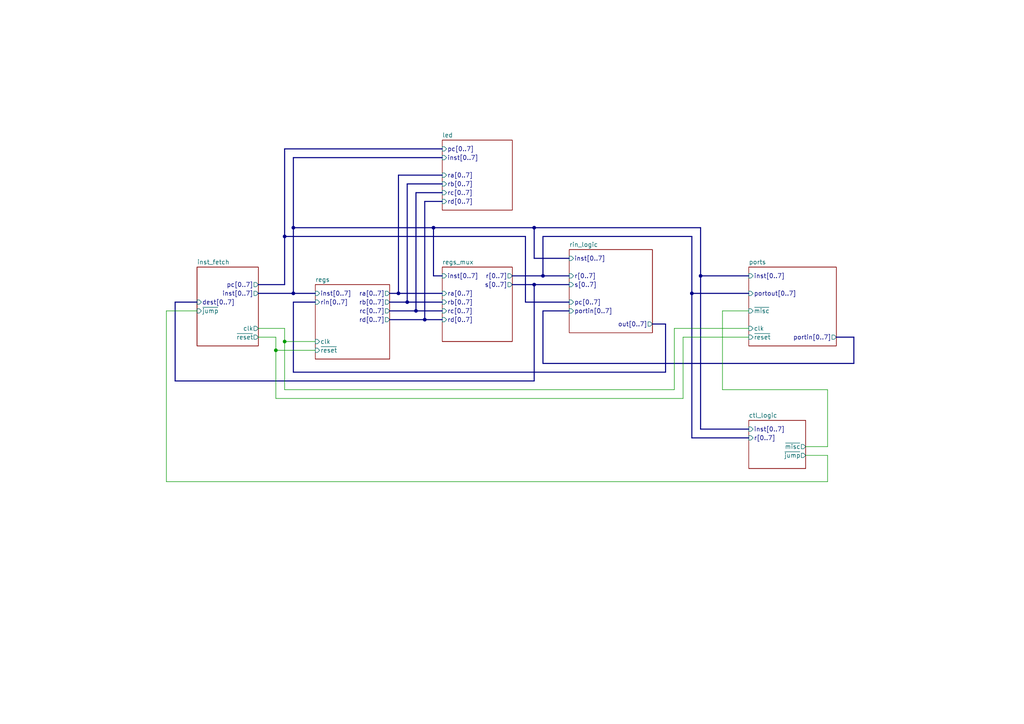
<source format=kicad_sch>
(kicad_sch (version 20211123) (generator eeschema)

  (uuid f4fb6607-367d-49f6-9df3-162aaa1350d0)

  (paper "A4")

  (lib_symbols
  )

  (junction (at 123.19 92.71) (diameter 0) (color 0 0 0 0)
    (uuid 128bf7fb-fbdb-401b-95fa-adf4b3155cae)
  )
  (junction (at 118.11 87.63) (diameter 0) (color 0 0 0 0)
    (uuid 2682eeeb-1182-49bc-92fc-bddba54cd446)
  )
  (junction (at 200.66 85.09) (diameter 0) (color 0 0 0 0)
    (uuid 26dd2117-e7ec-4fce-8d71-23cbdad48c6b)
  )
  (junction (at 80.01 101.6) (diameter 0) (color 0 0 0 0)
    (uuid 43e7187d-a864-4bd2-a409-f3de7b0bed56)
  )
  (junction (at 115.57 85.09) (diameter 0) (color 0 0 0 0)
    (uuid 4e556979-94df-4507-a42d-267e1934f017)
  )
  (junction (at 154.94 82.55) (diameter 0) (color 0 0 0 0)
    (uuid 73d5b7e5-765a-4287-b4e1-129130c39e3e)
  )
  (junction (at 125.73 66.04) (diameter 0) (color 0 0 0 0)
    (uuid 94aa3437-402a-485f-b0c8-88173afc2099)
  )
  (junction (at 85.09 85.09) (diameter 0) (color 0 0 0 0)
    (uuid a8394cdb-3150-4f8d-b9c1-81c4ad78b6c0)
  )
  (junction (at 120.65 90.17) (diameter 0) (color 0 0 0 0)
    (uuid ba42d2d6-895c-44b2-8c3d-341bfc8b747d)
  )
  (junction (at 82.55 68.58) (diameter 0) (color 0 0 0 0)
    (uuid ba884933-7958-42e1-b402-82f29210c443)
  )
  (junction (at 85.09 66.04) (diameter 0) (color 0 0 0 0)
    (uuid c7979521-a333-449c-8022-58301e6a1719)
  )
  (junction (at 154.94 66.04) (diameter 0) (color 0 0 0 0)
    (uuid d4bb3f1e-1307-44c9-8f18-0b9de72b004d)
  )
  (junction (at 203.2 80.01) (diameter 0) (color 0 0 0 0)
    (uuid f2232671-36f8-421a-8a60-966cc8c7fcf0)
  )
  (junction (at 157.48 80.01) (diameter 0) (color 0 0 0 0)
    (uuid f3425400-5841-44ea-ae05-d104c24a64a4)
  )
  (junction (at 82.55 99.06) (diameter 0) (color 0 0 0 0)
    (uuid f72b7301-ac67-4425-9683-47fe40870feb)
  )

  (bus (pts (xy 154.94 82.55) (xy 165.1 82.55))
    (stroke (width 0) (type default) (color 0 0 0 0))
    (uuid 015c2029-f945-4c75-81d9-a0d15408aeed)
  )
  (bus (pts (xy 154.94 82.55) (xy 154.94 110.49))
    (stroke (width 0) (type default) (color 0 0 0 0))
    (uuid 022038f0-0a28-4f85-b933-3a0b7725437f)
  )
  (bus (pts (xy 152.4 87.63) (xy 165.1 87.63))
    (stroke (width 0) (type default) (color 0 0 0 0))
    (uuid 046cb022-bbfa-4608-969b-b4531027bfa6)
  )
  (bus (pts (xy 85.09 87.63) (xy 91.44 87.63))
    (stroke (width 0) (type default) (color 0 0 0 0))
    (uuid 08290d3c-9ac0-43cc-87db-f3e56aacb0ae)
  )
  (bus (pts (xy 200.66 85.09) (xy 217.17 85.09))
    (stroke (width 0) (type default) (color 0 0 0 0))
    (uuid 0d9fc695-436c-45e9-b95e-df720f410bd7)
  )
  (bus (pts (xy 193.04 93.98) (xy 193.04 107.95))
    (stroke (width 0) (type default) (color 0 0 0 0))
    (uuid 0f5ce9a8-cdb3-4425-a657-0f90afa40c9c)
  )
  (bus (pts (xy 113.03 90.17) (xy 120.65 90.17))
    (stroke (width 0) (type default) (color 0 0 0 0))
    (uuid 0ff247cd-b8d0-4aa9-97b2-3370abc0e335)
  )
  (bus (pts (xy 152.4 68.58) (xy 152.4 87.63))
    (stroke (width 0) (type default) (color 0 0 0 0))
    (uuid 1034e286-98a0-4578-97a2-55dcfdb41842)
  )

  (wire (pts (xy 82.55 113.03) (xy 195.58 113.03))
    (stroke (width 0) (type default) (color 0 0 0 0))
    (uuid 1345d65a-1452-47d7-a304-798d1c48cd4e)
  )
  (wire (pts (xy 80.01 101.6) (xy 91.44 101.6))
    (stroke (width 0) (type default) (color 0 0 0 0))
    (uuid 13bfe485-d16e-42ea-846d-8732c43cefed)
  )
  (wire (pts (xy 74.93 95.25) (xy 82.55 95.25))
    (stroke (width 0) (type default) (color 0 0 0 0))
    (uuid 14b4dcf1-88ec-43f4-b003-4785c73d43cd)
  )
  (bus (pts (xy 154.94 66.04) (xy 154.94 74.93))
    (stroke (width 0) (type default) (color 0 0 0 0))
    (uuid 1bbd0782-119b-4c75-93b1-4d76c02edf44)
  )
  (bus (pts (xy 200.66 127) (xy 217.17 127))
    (stroke (width 0) (type default) (color 0 0 0 0))
    (uuid 1efe661e-6c4d-432f-8b6a-d7f5cf884bce)
  )

  (wire (pts (xy 82.55 95.25) (xy 82.55 99.06))
    (stroke (width 0) (type default) (color 0 0 0 0))
    (uuid 20e91959-e404-4d0f-abe4-7d2815895e14)
  )
  (bus (pts (xy 123.19 58.42) (xy 123.19 92.71))
    (stroke (width 0) (type default) (color 0 0 0 0))
    (uuid 30181f45-0f1b-4935-9365-5616d840590a)
  )
  (bus (pts (xy 193.04 107.95) (xy 85.09 107.95))
    (stroke (width 0) (type default) (color 0 0 0 0))
    (uuid 31238ccf-6277-4999-8c1f-a1af1a095cae)
  )
  (bus (pts (xy 50.8 87.63) (xy 57.15 87.63))
    (stroke (width 0) (type default) (color 0 0 0 0))
    (uuid 31a9d705-f624-425a-8170-954604e180f2)
  )
  (bus (pts (xy 113.03 85.09) (xy 115.57 85.09))
    (stroke (width 0) (type default) (color 0 0 0 0))
    (uuid 348c8ac5-c42a-4856-bfe4-e73b27c69a5d)
  )
  (bus (pts (xy 82.55 68.58) (xy 152.4 68.58))
    (stroke (width 0) (type default) (color 0 0 0 0))
    (uuid 3574c459-5b89-4e9e-8fdc-5ce3b6cfe7ad)
  )

  (wire (pts (xy 198.12 115.57) (xy 198.12 97.79))
    (stroke (width 0) (type default) (color 0 0 0 0))
    (uuid 3580a85d-9dbe-47ae-b82a-5702c03f7951)
  )
  (bus (pts (xy 82.55 68.58) (xy 82.55 43.18))
    (stroke (width 0) (type default) (color 0 0 0 0))
    (uuid 359caec6-a7a6-415a-8ff9-2b48450be11e)
  )
  (bus (pts (xy 189.23 93.98) (xy 193.04 93.98))
    (stroke (width 0) (type default) (color 0 0 0 0))
    (uuid 3638bec6-74b3-491f-8b4f-bd58ce0612da)
  )
  (bus (pts (xy 154.94 74.93) (xy 165.1 74.93))
    (stroke (width 0) (type default) (color 0 0 0 0))
    (uuid 380561e5-6475-4adf-ac45-63f00e0e64c7)
  )
  (bus (pts (xy 123.19 92.71) (xy 128.27 92.71))
    (stroke (width 0) (type default) (color 0 0 0 0))
    (uuid 3890b6d3-e317-4929-968b-efacefa40957)
  )

  (wire (pts (xy 209.55 113.03) (xy 209.55 90.17))
    (stroke (width 0) (type default) (color 0 0 0 0))
    (uuid 396b316b-e743-41c9-9dda-5c413dddf0fa)
  )
  (bus (pts (xy 247.65 105.41) (xy 157.48 105.41))
    (stroke (width 0) (type default) (color 0 0 0 0))
    (uuid 39dcb8d3-305c-471e-ac7c-1244149668c8)
  )

  (wire (pts (xy 48.26 139.7) (xy 240.03 139.7))
    (stroke (width 0) (type default) (color 0 0 0 0))
    (uuid 3eeb2fbf-2a3d-49b9-a523-ade747c01d54)
  )
  (wire (pts (xy 195.58 113.03) (xy 195.58 95.25))
    (stroke (width 0) (type default) (color 0 0 0 0))
    (uuid 43f259f3-2f6d-44cb-9a08-aba47a6561ab)
  )
  (bus (pts (xy 125.73 66.04) (xy 154.94 66.04))
    (stroke (width 0) (type default) (color 0 0 0 0))
    (uuid 45c4e17d-1151-470f-9d42-e30862691f39)
  )
  (bus (pts (xy 148.59 82.55) (xy 154.94 82.55))
    (stroke (width 0) (type default) (color 0 0 0 0))
    (uuid 4a4ec0ab-6d20-49ea-a4ba-91e36b95c426)
  )
  (bus (pts (xy 85.09 66.04) (xy 125.73 66.04))
    (stroke (width 0) (type default) (color 0 0 0 0))
    (uuid 4b0c929c-a3b3-42b7-ae43-e70254c10fde)
  )
  (bus (pts (xy 85.09 45.72) (xy 128.27 45.72))
    (stroke (width 0) (type default) (color 0 0 0 0))
    (uuid 51a204f0-2841-4d14-b315-5e9a461b720e)
  )
  (bus (pts (xy 203.2 124.46) (xy 217.17 124.46))
    (stroke (width 0) (type default) (color 0 0 0 0))
    (uuid 523f2300-1746-441d-9918-384ce96b4138)
  )
  (bus (pts (xy 128.27 53.34) (xy 118.11 53.34))
    (stroke (width 0) (type default) (color 0 0 0 0))
    (uuid 5e920ecb-b3e6-40ad-89a8-584745f032dc)
  )

  (wire (pts (xy 74.93 97.79) (xy 80.01 97.79))
    (stroke (width 0) (type default) (color 0 0 0 0))
    (uuid 5f8be366-485d-46d7-9d5d-35bac77f3f81)
  )
  (bus (pts (xy 118.11 87.63) (xy 128.27 87.63))
    (stroke (width 0) (type default) (color 0 0 0 0))
    (uuid 5fd6f102-d264-46da-bdd8-749767377f28)
  )
  (bus (pts (xy 120.65 90.17) (xy 120.65 55.88))
    (stroke (width 0) (type default) (color 0 0 0 0))
    (uuid 69b3e1cc-3288-4766-ba3e-0735008c3d7e)
  )
  (bus (pts (xy 247.65 97.79) (xy 247.65 105.41))
    (stroke (width 0) (type default) (color 0 0 0 0))
    (uuid 6e14a36a-dfea-4680-873f-49b203e42a47)
  )

  (wire (pts (xy 48.26 139.7) (xy 48.26 90.17))
    (stroke (width 0) (type default) (color 0 0 0 0))
    (uuid 6e277c4f-92d5-4744-91c5-c668756a566a)
  )
  (bus (pts (xy 74.93 82.55) (xy 82.55 82.55))
    (stroke (width 0) (type default) (color 0 0 0 0))
    (uuid 6f4fce25-5430-46c1-898d-6cbb345ad53c)
  )

  (wire (pts (xy 82.55 99.06) (xy 82.55 113.03))
    (stroke (width 0) (type default) (color 0 0 0 0))
    (uuid 6fdb9007-d924-46cd-8083-9790f958892f)
  )
  (bus (pts (xy 157.48 80.01) (xy 165.1 80.01))
    (stroke (width 0) (type default) (color 0 0 0 0))
    (uuid 7727f195-3bc1-4db6-998b-2ab6cb25f04e)
  )
  (bus (pts (xy 125.73 66.04) (xy 125.73 80.01))
    (stroke (width 0) (type default) (color 0 0 0 0))
    (uuid 77eb153f-77c7-4295-a79c-b05b1baffafe)
  )
  (bus (pts (xy 85.09 85.09) (xy 91.44 85.09))
    (stroke (width 0) (type default) (color 0 0 0 0))
    (uuid 7e5f7d0d-348c-49fd-8ded-030dd4c237c2)
  )
  (bus (pts (xy 148.59 80.01) (xy 157.48 80.01))
    (stroke (width 0) (type default) (color 0 0 0 0))
    (uuid 84797deb-548a-4fba-97da-d1b76fa03ee9)
  )
  (bus (pts (xy 118.11 53.34) (xy 118.11 87.63))
    (stroke (width 0) (type default) (color 0 0 0 0))
    (uuid 87f9b620-f609-45b9-b61b-dea8d647a3f4)
  )
  (bus (pts (xy 115.57 50.8) (xy 128.27 50.8))
    (stroke (width 0) (type default) (color 0 0 0 0))
    (uuid 8a209fdd-048c-46bc-b60d-48783ca9a3bd)
  )
  (bus (pts (xy 85.09 107.95) (xy 85.09 87.63))
    (stroke (width 0) (type default) (color 0 0 0 0))
    (uuid 8a255e6a-645a-4e52-8b30-f1b128d28a42)
  )

  (wire (pts (xy 80.01 101.6) (xy 80.01 115.57))
    (stroke (width 0) (type default) (color 0 0 0 0))
    (uuid 933a0371-740a-4def-8403-93e7afbc4def)
  )
  (bus (pts (xy 74.93 85.09) (xy 85.09 85.09))
    (stroke (width 0) (type default) (color 0 0 0 0))
    (uuid 95725904-7346-467d-8523-72f5eb24473c)
  )

  (wire (pts (xy 240.03 132.08) (xy 240.03 139.7))
    (stroke (width 0) (type default) (color 0 0 0 0))
    (uuid 98b895e8-4b56-49db-9172-cbebd8c929a9)
  )
  (bus (pts (xy 128.27 58.42) (xy 123.19 58.42))
    (stroke (width 0) (type default) (color 0 0 0 0))
    (uuid 9aa2d3d4-b119-4d84-a116-c0a6f0b82679)
  )

  (wire (pts (xy 240.03 129.54) (xy 240.03 113.03))
    (stroke (width 0) (type default) (color 0 0 0 0))
    (uuid 9c2454dc-2457-485a-99e6-3d7f071aaae4)
  )
  (bus (pts (xy 154.94 110.49) (xy 50.8 110.49))
    (stroke (width 0) (type default) (color 0 0 0 0))
    (uuid a032a383-a8e4-4858-a2bb-c3db8d91ca11)
  )

  (wire (pts (xy 233.68 129.54) (xy 240.03 129.54))
    (stroke (width 0) (type default) (color 0 0 0 0))
    (uuid a2202de9-bd12-44ab-a917-efb0a539f1c8)
  )
  (bus (pts (xy 157.48 80.01) (xy 157.48 68.58))
    (stroke (width 0) (type default) (color 0 0 0 0))
    (uuid ae04c5fb-fc9a-4bde-bc05-78589f82e3ca)
  )
  (bus (pts (xy 203.2 80.01) (xy 217.17 80.01))
    (stroke (width 0) (type default) (color 0 0 0 0))
    (uuid b47b5edf-8e1e-4153-a12e-3d3cc4bb74cc)
  )

  (wire (pts (xy 240.03 113.03) (xy 209.55 113.03))
    (stroke (width 0) (type default) (color 0 0 0 0))
    (uuid b4dfaeb8-99d1-47e2-bb16-3dffc3b3f91e)
  )
  (bus (pts (xy 113.03 87.63) (xy 118.11 87.63))
    (stroke (width 0) (type default) (color 0 0 0 0))
    (uuid b5b23ade-1f85-4512-8146-93a02ecd96cb)
  )
  (bus (pts (xy 50.8 110.49) (xy 50.8 87.63))
    (stroke (width 0) (type default) (color 0 0 0 0))
    (uuid b63c9213-6522-4679-9075-e761c71c6802)
  )
  (bus (pts (xy 157.48 90.17) (xy 165.1 90.17))
    (stroke (width 0) (type default) (color 0 0 0 0))
    (uuid b87fdd60-0f16-470b-83c1-8880a66b96e3)
  )

  (wire (pts (xy 209.55 90.17) (xy 217.17 90.17))
    (stroke (width 0) (type default) (color 0 0 0 0))
    (uuid be722d65-d07f-44a0-a3c3-ee041e3de83f)
  )
  (bus (pts (xy 120.65 90.17) (xy 128.27 90.17))
    (stroke (width 0) (type default) (color 0 0 0 0))
    (uuid c0717cf0-4abd-4708-870e-dac0c22fc414)
  )
  (bus (pts (xy 115.57 85.09) (xy 115.57 50.8))
    (stroke (width 0) (type default) (color 0 0 0 0))
    (uuid c568d25f-4a57-47de-8ee8-b64ae501c65b)
  )
  (bus (pts (xy 203.2 80.01) (xy 203.2 124.46))
    (stroke (width 0) (type default) (color 0 0 0 0))
    (uuid c5795583-2596-48d5-84a5-14bd3992dd37)
  )

  (wire (pts (xy 82.55 99.06) (xy 91.44 99.06))
    (stroke (width 0) (type default) (color 0 0 0 0))
    (uuid c5ef9bee-2225-4a1f-9f24-c5be261151bd)
  )
  (bus (pts (xy 85.09 45.72) (xy 85.09 66.04))
    (stroke (width 0) (type default) (color 0 0 0 0))
    (uuid cee74036-2c7e-4de8-a451-bb2b52a0c3b4)
  )
  (bus (pts (xy 242.57 97.79) (xy 247.65 97.79))
    (stroke (width 0) (type default) (color 0 0 0 0))
    (uuid cf98fca5-9072-4d7a-80a0-b8c5616e1dec)
  )
  (bus (pts (xy 200.66 68.58) (xy 200.66 85.09))
    (stroke (width 0) (type default) (color 0 0 0 0))
    (uuid d1631ca6-c15a-4ba3-b26b-1f1622c92248)
  )

  (wire (pts (xy 233.68 132.08) (xy 240.03 132.08))
    (stroke (width 0) (type default) (color 0 0 0 0))
    (uuid d55d5321-1728-4064-bc94-9942df95011a)
  )
  (bus (pts (xy 203.2 66.04) (xy 203.2 80.01))
    (stroke (width 0) (type default) (color 0 0 0 0))
    (uuid d78e6936-9939-4fdb-8cb8-b2b6b48fc275)
  )

  (wire (pts (xy 80.01 97.79) (xy 80.01 101.6))
    (stroke (width 0) (type default) (color 0 0 0 0))
    (uuid d937090f-9868-419d-baec-8314e96fa2c2)
  )
  (bus (pts (xy 200.66 85.09) (xy 200.66 127))
    (stroke (width 0) (type default) (color 0 0 0 0))
    (uuid da23c335-779d-4c4c-974c-746d2acf5c58)
  )
  (bus (pts (xy 125.73 80.01) (xy 128.27 80.01))
    (stroke (width 0) (type default) (color 0 0 0 0))
    (uuid daf2bbde-9a5d-4fc0-9686-5d8098fa6d04)
  )

  (wire (pts (xy 48.26 90.17) (xy 57.15 90.17))
    (stroke (width 0) (type default) (color 0 0 0 0))
    (uuid db99838b-f145-4802-8fb2-6341d7f8b9fa)
  )
  (bus (pts (xy 154.94 66.04) (xy 203.2 66.04))
    (stroke (width 0) (type default) (color 0 0 0 0))
    (uuid e01da3d8-ebfc-412c-b9cb-bbc05d759438)
  )
  (bus (pts (xy 157.48 105.41) (xy 157.48 90.17))
    (stroke (width 0) (type default) (color 0 0 0 0))
    (uuid e09574a3-833a-4cf4-bdbc-1a93ecc68f62)
  )
  (bus (pts (xy 115.57 85.09) (xy 128.27 85.09))
    (stroke (width 0) (type default) (color 0 0 0 0))
    (uuid e1e0577a-a123-44dc-b10f-637d22a5ab8e)
  )
  (bus (pts (xy 82.55 82.55) (xy 82.55 68.58))
    (stroke (width 0) (type default) (color 0 0 0 0))
    (uuid e267e8df-8c6f-4a27-b255-e845e189d09d)
  )
  (bus (pts (xy 82.55 43.18) (xy 128.27 43.18))
    (stroke (width 0) (type default) (color 0 0 0 0))
    (uuid e465afd8-7a5b-4e09-98de-c97ee8fb4754)
  )
  (bus (pts (xy 113.03 92.71) (xy 123.19 92.71))
    (stroke (width 0) (type default) (color 0 0 0 0))
    (uuid e66a38b6-629a-43bc-8ce2-a34aa1abab26)
  )

  (wire (pts (xy 195.58 95.25) (xy 217.17 95.25))
    (stroke (width 0) (type default) (color 0 0 0 0))
    (uuid eddf301f-9d4a-4970-9928-53d63b40be6b)
  )
  (wire (pts (xy 198.12 97.79) (xy 217.17 97.79))
    (stroke (width 0) (type default) (color 0 0 0 0))
    (uuid ef85ccf8-c291-44e1-8a3a-3f06397acdd6)
  )
  (bus (pts (xy 157.48 68.58) (xy 200.66 68.58))
    (stroke (width 0) (type default) (color 0 0 0 0))
    (uuid f2539ba2-b396-40fe-89f2-314fd278dee3)
  )
  (bus (pts (xy 120.65 55.88) (xy 128.27 55.88))
    (stroke (width 0) (type default) (color 0 0 0 0))
    (uuid f6368c14-ca5a-4b4e-8d7b-54be27a376bc)
  )

  (wire (pts (xy 80.01 115.57) (xy 198.12 115.57))
    (stroke (width 0) (type default) (color 0 0 0 0))
    (uuid f91eb37c-f028-4650-81bd-e80f55a58149)
  )
  (bus (pts (xy 85.09 85.09) (xy 85.09 66.04))
    (stroke (width 0) (type default) (color 0 0 0 0))
    (uuid fc7043fe-ec67-4ce5-a9f0-0da25e71adf9)
  )

  (sheet (at 57.15 77.47) (size 17.78 22.86) (fields_autoplaced)
    (stroke (width 0.1524) (type solid) (color 0 0 0 0))
    (fill (color 0 0 0 0.0000))
    (uuid 120d4e3a-e531-4b10-a516-f5b023c9a7eb)
    (property "Sheet name" "inst_fetch" (id 0) (at 57.15 76.7584 0)
      (effects (font (size 1.27 1.27)) (justify left bottom))
    )
    (property "Sheet file" "inst_fetch.kicad_sch" (id 1) (at 57.15 100.9146 0)
      (effects (font (size 1.27 1.27)) (justify left top) hide)
    )
    (pin "clk" output (at 74.93 95.25 0)
      (effects (font (size 1.27 1.27)) (justify right))
      (uuid c26469e6-5760-45d4-a4a6-7afe43a299bd)
    )
    (pin "~{reset}" output (at 74.93 97.79 0)
      (effects (font (size 1.27 1.27)) (justify right))
      (uuid d4f8b0eb-6ed2-4343-a4d1-d9b22df13a21)
    )
    (pin "~{jump}" input (at 57.15 90.17 180)
      (effects (font (size 1.27 1.27)) (justify left))
      (uuid b118175e-6f23-468b-bebb-4301d6ebd593)
    )
    (pin "pc[0..7]" output (at 74.93 82.55 0)
      (effects (font (size 1.27 1.27)) (justify right))
      (uuid 804d229d-9df9-4841-bde5-acf9864cc017)
    )
    (pin "inst[0..7]" output (at 74.93 85.09 0)
      (effects (font (size 1.27 1.27)) (justify right))
      (uuid 5ee2134e-5ca9-4fea-a308-26198a9d88db)
    )
    (pin "dest[0..7]" input (at 57.15 87.63 180)
      (effects (font (size 1.27 1.27)) (justify left))
      (uuid 3732a419-7f5b-419b-b5d0-3e30040fe3d5)
    )
  )

  (sheet (at 217.17 121.92) (size 16.51 13.97) (fields_autoplaced)
    (stroke (width 0.1524) (type solid) (color 0 0 0 0))
    (fill (color 0 0 0 0.0000))
    (uuid 57ce71fb-d863-4661-a9b9-53ed998035e1)
    (property "Sheet name" "ctl_logic" (id 0) (at 217.17 121.2084 0)
      (effects (font (size 1.27 1.27)) (justify left bottom))
    )
    (property "Sheet file" "ctl_logic.kicad_sch" (id 1) (at 217.17 136.4746 0)
      (effects (font (size 1.27 1.27)) (justify left top) hide)
    )
    (pin "r[0..7]" input (at 217.17 127 180)
      (effects (font (size 1.27 1.27)) (justify left))
      (uuid 6ffa6f5d-118a-4602-b0f6-673e94ba9b21)
    )
    (pin "inst[0..7]" input (at 217.17 124.46 180)
      (effects (font (size 1.27 1.27)) (justify left))
      (uuid 0eb7767f-fbdc-41fb-89c9-a203575e7e08)
    )
    (pin "~{jump}" output (at 233.68 132.08 0)
      (effects (font (size 1.27 1.27)) (justify right))
      (uuid f7d78759-b927-4d45-a2b5-d9b7c268bf92)
    )
    (pin "~{misc}" output (at 233.68 129.54 0)
      (effects (font (size 1.27 1.27)) (justify right))
      (uuid f2fd7b06-1dc7-4777-882e-8a88ab1ac83f)
    )
  )

  (sheet (at 165.1 72.39) (size 24.13 24.13) (fields_autoplaced)
    (stroke (width 0.1524) (type solid) (color 0 0 0 0))
    (fill (color 0 0 0 0.0000))
    (uuid 67ae5efc-11c7-4a4b-aba2-b60381300921)
    (property "Sheet name" "rin_logic" (id 0) (at 165.1 71.6784 0)
      (effects (font (size 1.27 1.27)) (justify left bottom))
    )
    (property "Sheet file" "rin_logic.kicad_sch" (id 1) (at 165.1 97.1046 0)
      (effects (font (size 1.27 1.27)) (justify left top) hide)
    )
    (pin "out[0..7]" output (at 189.23 93.98 0)
      (effects (font (size 1.27 1.27)) (justify right))
      (uuid ef9ce04f-e668-479a-bd59-f486317dbb72)
    )
    (pin "s[0..7]" input (at 165.1 82.55 180)
      (effects (font (size 1.27 1.27)) (justify left))
      (uuid 299967db-2340-4d85-b38b-d19f83ccaff4)
    )
    (pin "inst[0..7]" input (at 165.1 74.93 180)
      (effects (font (size 1.27 1.27)) (justify left))
      (uuid 0369fbb2-1778-4e60-b103-70cdc8148a60)
    )
    (pin "r[0..7]" input (at 165.1 80.01 180)
      (effects (font (size 1.27 1.27)) (justify left))
      (uuid db96036e-da6a-493a-b12a-b8ac5e2dd751)
    )
    (pin "pc[0..7]" input (at 165.1 87.63 180)
      (effects (font (size 1.27 1.27)) (justify left))
      (uuid 6bbf2790-1b59-4d8f-8abd-3de4dffc8dab)
    )
    (pin "portin[0..7]" input (at 165.1 90.17 180)
      (effects (font (size 1.27 1.27)) (justify left))
      (uuid a042f3ed-a7cf-414d-bd57-f3004e9ac6b1)
    )
  )

  (sheet (at 128.27 77.47) (size 20.32 21.59) (fields_autoplaced)
    (stroke (width 0.1524) (type solid) (color 0 0 0 0))
    (fill (color 0 0 0 0.0000))
    (uuid a719b93f-c20d-4aa4-bee2-7fb3ff4459ef)
    (property "Sheet name" "regs_mux" (id 0) (at 128.27 76.7584 0)
      (effects (font (size 1.27 1.27)) (justify left bottom))
    )
    (property "Sheet file" "regs_mux.kicad_sch" (id 1) (at 128.27 99.6446 0)
      (effects (font (size 1.27 1.27)) (justify left top) hide)
    )
    (pin "rc[0..7]" input (at 128.27 90.17 180)
      (effects (font (size 1.27 1.27)) (justify left))
      (uuid ca7b8dc0-ad9b-4eb8-ab4b-e08b434e50d4)
    )
    (pin "rb[0..7]" input (at 128.27 87.63 180)
      (effects (font (size 1.27 1.27)) (justify left))
      (uuid a248a527-ef5b-4339-b140-0facaea245c7)
    )
    (pin "s[0..7]" output (at 148.59 82.55 0)
      (effects (font (size 1.27 1.27)) (justify right))
      (uuid 4bf44b58-7e84-4195-af9b-b2ff1b97e073)
    )
    (pin "inst[0..7]" input (at 128.27 80.01 180)
      (effects (font (size 1.27 1.27)) (justify left))
      (uuid 2b8d45d6-0809-4fd7-a086-78a7e6d8a55c)
    )
    (pin "ra[0..7]" input (at 128.27 85.09 180)
      (effects (font (size 1.27 1.27)) (justify left))
      (uuid 9d8d0b23-38f4-4a26-986c-531690467f30)
    )
    (pin "rd[0..7]" input (at 128.27 92.71 180)
      (effects (font (size 1.27 1.27)) (justify left))
      (uuid 0be7eb83-efc0-40e4-9b7d-cc1bd74e295c)
    )
    (pin "r[0..7]" output (at 148.59 80.01 0)
      (effects (font (size 1.27 1.27)) (justify right))
      (uuid 938d047d-ccaa-40b8-b822-1670ea770fee)
    )
  )

  (sheet (at 217.17 77.47) (size 25.4 22.86) (fields_autoplaced)
    (stroke (width 0.1524) (type solid) (color 0 0 0 0))
    (fill (color 0 0 0 0.0000))
    (uuid ab7db612-5ce7-4aec-932c-8c35897b4de3)
    (property "Sheet name" "ports" (id 0) (at 217.17 76.7584 0)
      (effects (font (size 1.27 1.27)) (justify left bottom))
    )
    (property "Sheet file" "ports.kicad_sch" (id 1) (at 217.17 100.9146 0)
      (effects (font (size 1.27 1.27)) (justify left top) hide)
    )
    (pin "inst[0..7]" input (at 217.17 80.01 180)
      (effects (font (size 1.27 1.27)) (justify left))
      (uuid 61fe2886-43c0-4066-a81c-298d16e708c6)
    )
    (pin "~{misc}" input (at 217.17 90.17 180)
      (effects (font (size 1.27 1.27)) (justify left))
      (uuid a8ea5e84-5111-4874-90f0-dced94a4f86a)
    )
    (pin "clk" input (at 217.17 95.25 180)
      (effects (font (size 1.27 1.27)) (justify left))
      (uuid 48bf3576-f57d-47bf-9720-d176132a1f77)
    )
    (pin "~{reset}" input (at 217.17 97.79 180)
      (effects (font (size 1.27 1.27)) (justify left))
      (uuid 720dada1-333a-418d-b65b-097017e1409b)
    )
    (pin "portout[0..7]" input (at 217.17 85.09 180)
      (effects (font (size 1.27 1.27)) (justify left))
      (uuid 99c6729d-655f-47df-921d-b4e97205034a)
    )
    (pin "portin[0..7]" output (at 242.57 97.79 0)
      (effects (font (size 1.27 1.27)) (justify right))
      (uuid 224eeeff-1bc9-4ebc-a7dd-c01fe61582ec)
    )
  )

  (sheet (at 128.27 40.64) (size 20.32 20.32) (fields_autoplaced)
    (stroke (width 0.1524) (type solid) (color 0 0 0 0))
    (fill (color 0 0 0 0.0000))
    (uuid c202f25c-79c9-4970-aed5-61bcd43df03d)
    (property "Sheet name" "led" (id 0) (at 128.27 39.9284 0)
      (effects (font (size 1.27 1.27)) (justify left bottom))
    )
    (property "Sheet file" "led.kicad_sch" (id 1) (at 128.27 61.5446 0)
      (effects (font (size 1.27 1.27)) (justify left top) hide)
    )
    (pin "inst[0..7]" input (at 128.27 45.72 180)
      (effects (font (size 1.27 1.27)) (justify left))
      (uuid 892e3a6d-958d-438f-a8f2-7a73d838ebc0)
    )
    (pin "pc[0..7]" input (at 128.27 43.18 180)
      (effects (font (size 1.27 1.27)) (justify left))
      (uuid 04a2d398-b43f-4baa-8bcb-e1d6d4f5f673)
    )
    (pin "ra[0..7]" input (at 128.27 50.8 180)
      (effects (font (size 1.27 1.27)) (justify left))
      (uuid 3caee3d8-58b6-4678-9993-ecd9e42112da)
    )
    (pin "rb[0..7]" input (at 128.27 53.34 180)
      (effects (font (size 1.27 1.27)) (justify left))
      (uuid 0e128042-a5b7-46f5-8d18-a7efc18fbd59)
    )
    (pin "rd[0..7]" input (at 128.27 58.42 180)
      (effects (font (size 1.27 1.27)) (justify left))
      (uuid 1bb69ea4-a8d9-427f-9d25-86c35412b0c9)
    )
    (pin "rc[0..7]" input (at 128.27 55.88 180)
      (effects (font (size 1.27 1.27)) (justify left))
      (uuid 100bf934-7af7-4d5c-bf8e-669c5177687a)
    )
  )

  (sheet (at 91.44 82.55) (size 21.59 21.59) (fields_autoplaced)
    (stroke (width 0.1524) (type solid) (color 0 0 0 0))
    (fill (color 0 0 0 0.0000))
    (uuid d634dc94-6061-4a84-b4c9-be4e3279436d)
    (property "Sheet name" "regs" (id 0) (at 91.44 81.8384 0)
      (effects (font (size 1.27 1.27)) (justify left bottom))
    )
    (property "Sheet file" "regs.kicad_sch" (id 1) (at 91.44 104.7246 0)
      (effects (font (size 1.27 1.27)) (justify left top) hide)
    )
    (pin "clk" input (at 91.44 99.06 180)
      (effects (font (size 1.27 1.27)) (justify left))
      (uuid b697fd4d-d6ea-4464-84b9-93695b14d015)
    )
    (pin "~{reset}" input (at 91.44 101.6 180)
      (effects (font (size 1.27 1.27)) (justify left))
      (uuid 217f6b55-3c35-4a69-b3d8-69f444f76cf3)
    )
    (pin "inst[0..7]" input (at 91.44 85.09 180)
      (effects (font (size 1.27 1.27)) (justify left))
      (uuid 9cf4db67-0c50-4eec-ad81-8dfcda527ad0)
    )
    (pin "rin[0..7]" input (at 91.44 87.63 180)
      (effects (font (size 1.27 1.27)) (justify left))
      (uuid 7d125919-0c19-4364-a900-ecfa633a9275)
    )
    (pin "rb[0..7]" output (at 113.03 87.63 0)
      (effects (font (size 1.27 1.27)) (justify right))
      (uuid 6b6c0f54-b06c-4d90-8587-533b09d882a3)
    )
    (pin "rc[0..7]" output (at 113.03 90.17 0)
      (effects (font (size 1.27 1.27)) (justify right))
      (uuid 710928a9-87cb-42f6-a5e5-4a4744daf7b9)
    )
    (pin "rd[0..7]" output (at 113.03 92.71 0)
      (effects (font (size 1.27 1.27)) (justify right))
      (uuid c5d596ab-ea54-4145-b39e-940cacce0146)
    )
    (pin "ra[0..7]" output (at 113.03 85.09 0)
      (effects (font (size 1.27 1.27)) (justify right))
      (uuid f0f1bd8d-a078-49ed-a6de-337cbb0c2617)
    )
  )

  (sheet_instances
    (path "/" (page "1"))
    (path "/d634dc94-6061-4a84-b4c9-be4e3279436d" (page "2"))
    (path "/a719b93f-c20d-4aa4-bee2-7fb3ff4459ef" (page "3"))
    (path "/67ae5efc-11c7-4a4b-aba2-b60381300921" (page "4"))
    (path "/ab7db612-5ce7-4aec-932c-8c35897b4de3" (page "5"))
    (path "/67ae5efc-11c7-4a4b-aba2-b60381300921/0f1d930f-6b09-41d1-bca5-78405d2486d3" (page "6"))
    (path "/67ae5efc-11c7-4a4b-aba2-b60381300921/e83aeba2-1262-4dae-ad50-1aad6ba240d7" (page "7"))
    (path "/67ae5efc-11c7-4a4b-aba2-b60381300921/e24a5dfb-cee4-451f-93c1-306f8f0e79e3" (page "8"))
    (path "/67ae5efc-11c7-4a4b-aba2-b60381300921/da24cb05-608d-4607-b5f0-e4d1ca4e526d" (page "9"))
    (path "/67ae5efc-11c7-4a4b-aba2-b60381300921/b8ccf7d0-bdf8-4986-91d3-cfd57f64a7ec" (page "10"))
    (path "/ab7db612-5ce7-4aec-932c-8c35897b4de3/d59e66ea-65b8-4e04-9c90-ac5c589532fc" (page "11"))
    (path "/ab7db612-5ce7-4aec-932c-8c35897b4de3/26a8f057-cc22-4e9d-b729-5b5c08f36d52" (page "12"))
    (path "/ab7db612-5ce7-4aec-932c-8c35897b4de3/fffddd81-a11c-4bf2-888f-80d0420c8858" (page "13"))
    (path "/120d4e3a-e531-4b10-a516-f5b023c9a7eb" (page "14"))
    (path "/57ce71fb-d863-4661-a9b9-53ed998035e1" (page "15"))
    (path "/c202f25c-79c9-4970-aed5-61bcd43df03d" (page "16"))
  )

  (symbol_instances
    (path "/120d4e3a-e531-4b10-a516-f5b023c9a7eb/ebf3b3c9-24eb-469c-9988-da5e478a0f66"
      (reference "#FLG0101") (unit 1) (value "PWR_FLAG") (footprint "")
    )
    (path "/120d4e3a-e531-4b10-a516-f5b023c9a7eb/3ae00430-2b16-43f5-a725-23aeb11d5362"
      (reference "#FLG0102") (unit 1) (value "PWR_FLAG") (footprint "")
    )
    (path "/d634dc94-6061-4a84-b4c9-be4e3279436d/114754e1-7952-498f-848e-af3d14b333cf"
      (reference "#PWR0101") (unit 1) (value "VCC") (footprint "")
    )
    (path "/d634dc94-6061-4a84-b4c9-be4e3279436d/d0cc6499-044b-4f19-9414-c0717e7d1dd2"
      (reference "#PWR0102") (unit 1) (value "GND") (footprint "")
    )
    (path "/d634dc94-6061-4a84-b4c9-be4e3279436d/3be66c42-3d8c-4444-803c-ab58c534760a"
      (reference "#PWR0103") (unit 1) (value "GND") (footprint "")
    )
    (path "/d634dc94-6061-4a84-b4c9-be4e3279436d/c3d7c1ad-d71e-48d2-8f41-3d245100fff1"
      (reference "#PWR0104") (unit 1) (value "GND") (footprint "")
    )
    (path "/d634dc94-6061-4a84-b4c9-be4e3279436d/2670b49c-0dbc-42f6-8035-b927cac09b29"
      (reference "#PWR0105") (unit 1) (value "VCC") (footprint "")
    )
    (path "/d634dc94-6061-4a84-b4c9-be4e3279436d/bb40e06e-108c-4e44-b01e-08c5ca7ad48a"
      (reference "#PWR0106") (unit 1) (value "GND") (footprint "")
    )
    (path "/d634dc94-6061-4a84-b4c9-be4e3279436d/912ec788-a79e-4d4a-b83a-8473cfdae052"
      (reference "#PWR0107") (unit 1) (value "GND") (footprint "")
    )
    (path "/d634dc94-6061-4a84-b4c9-be4e3279436d/bb7456c5-a051-4c52-a774-12b8f29cd3dd"
      (reference "#PWR0108") (unit 1) (value "GND") (footprint "")
    )
    (path "/d634dc94-6061-4a84-b4c9-be4e3279436d/b4e6d057-e09f-4ad2-b94b-955cd3f063c5"
      (reference "#PWR0109") (unit 1) (value "VCC") (footprint "")
    )
    (path "/d634dc94-6061-4a84-b4c9-be4e3279436d/3d92bf09-3749-4313-a583-756e6eed6260"
      (reference "#PWR0110") (unit 1) (value "VCC") (footprint "")
    )
    (path "/d634dc94-6061-4a84-b4c9-be4e3279436d/5dce086e-c927-463f-9692-0f98153df982"
      (reference "#PWR0111") (unit 1) (value "GND") (footprint "")
    )
    (path "/d634dc94-6061-4a84-b4c9-be4e3279436d/1c82ed29-1a9c-4559-9942-43ffc6cc622b"
      (reference "#PWR0112") (unit 1) (value "GND") (footprint "")
    )
    (path "/d634dc94-6061-4a84-b4c9-be4e3279436d/0f4eb21e-3144-4b2f-9e2a-c334321ac065"
      (reference "#PWR0113") (unit 1) (value "VCC") (footprint "")
    )
    (path "/d634dc94-6061-4a84-b4c9-be4e3279436d/d9975471-53e1-4202-844c-805b89745099"
      (reference "#PWR0114") (unit 1) (value "VCC") (footprint "")
    )
    (path "/d634dc94-6061-4a84-b4c9-be4e3279436d/51c3a337-6297-4c71-a566-7b11718b09a2"
      (reference "#PWR0115") (unit 1) (value "GND") (footprint "")
    )
    (path "/d634dc94-6061-4a84-b4c9-be4e3279436d/89a95faa-92b3-41f8-b525-12a20efab394"
      (reference "#PWR0116") (unit 1) (value "GND") (footprint "")
    )
    (path "/d634dc94-6061-4a84-b4c9-be4e3279436d/ca735e65-f20e-4344-beaf-f8bdfd10ed12"
      (reference "#PWR0117") (unit 1) (value "GND") (footprint "")
    )
    (path "/d634dc94-6061-4a84-b4c9-be4e3279436d/1ec366db-7181-4b4b-b5ea-b3a614eee990"
      (reference "#PWR0118") (unit 1) (value "GND") (footprint "")
    )
    (path "/d634dc94-6061-4a84-b4c9-be4e3279436d/43e59166-56d2-4a7d-a49a-bb37d9c427c7"
      (reference "#PWR0119") (unit 1) (value "VCC") (footprint "")
    )
    (path "/d634dc94-6061-4a84-b4c9-be4e3279436d/ea4b46d9-5983-4fd3-b941-aec2ca9f2367"
      (reference "#PWR0120") (unit 1) (value "VCC") (footprint "")
    )
    (path "/d634dc94-6061-4a84-b4c9-be4e3279436d/3d4183d3-645b-4046-9ea8-aa3a0c1b3871"
      (reference "#PWR0121") (unit 1) (value "GND") (footprint "")
    )
    (path "/d634dc94-6061-4a84-b4c9-be4e3279436d/d1eee541-b7e7-4d8a-9ccf-7823f022e3f9"
      (reference "#PWR0122") (unit 1) (value "GND") (footprint "")
    )
    (path "/d634dc94-6061-4a84-b4c9-be4e3279436d/82ed56a7-a8b1-4f0c-96ed-b142b50316ef"
      (reference "#PWR0123") (unit 1) (value "GND") (footprint "")
    )
    (path "/d634dc94-6061-4a84-b4c9-be4e3279436d/0b383e2e-88d3-4806-a488-9a56206a927c"
      (reference "#PWR0124") (unit 1) (value "GND") (footprint "")
    )
    (path "/d634dc94-6061-4a84-b4c9-be4e3279436d/303aea32-4c0d-4e8f-85ad-12808c4f0128"
      (reference "#PWR0125") (unit 1) (value "VCC") (footprint "")
    )
    (path "/d634dc94-6061-4a84-b4c9-be4e3279436d/adb06076-8310-4ffd-9f9b-4978088ee8d3"
      (reference "#PWR0126") (unit 1) (value "VCC") (footprint "")
    )
    (path "/d634dc94-6061-4a84-b4c9-be4e3279436d/b84be9a1-6cc6-4a7f-a650-12faee351e69"
      (reference "#PWR0127") (unit 1) (value "GND") (footprint "")
    )
    (path "/d634dc94-6061-4a84-b4c9-be4e3279436d/d7dfdc79-fc44-475e-b86c-cf731d33ac9a"
      (reference "#PWR0128") (unit 1) (value "GND") (footprint "")
    )
    (path "/a719b93f-c20d-4aa4-bee2-7fb3ff4459ef/1d62c253-f04e-4ba2-8c47-64e5860a0e6f"
      (reference "#PWR0129") (unit 1) (value "GND") (footprint "")
    )
    (path "/a719b93f-c20d-4aa4-bee2-7fb3ff4459ef/e2f77fd4-7902-49c6-9ed4-769de95b2ce0"
      (reference "#PWR0130") (unit 1) (value "GND") (footprint "")
    )
    (path "/a719b93f-c20d-4aa4-bee2-7fb3ff4459ef/6a1fa372-fbb0-45f0-92cb-f713faae1a87"
      (reference "#PWR0131") (unit 1) (value "GND") (footprint "")
    )
    (path "/a719b93f-c20d-4aa4-bee2-7fb3ff4459ef/294260ba-3486-416b-b7a6-523ccb7fdec6"
      (reference "#PWR0132") (unit 1) (value "GND") (footprint "")
    )
    (path "/a719b93f-c20d-4aa4-bee2-7fb3ff4459ef/2836f8b5-1be3-48fd-8816-9a68ffe07429"
      (reference "#PWR0133") (unit 1) (value "GND") (footprint "")
    )
    (path "/a719b93f-c20d-4aa4-bee2-7fb3ff4459ef/e0372599-0cee-4fe9-b635-7994baf0ad47"
      (reference "#PWR0134") (unit 1) (value "GND") (footprint "")
    )
    (path "/a719b93f-c20d-4aa4-bee2-7fb3ff4459ef/831fe66d-b779-4510-90a3-bcb29fde82ba"
      (reference "#PWR0135") (unit 1) (value "GND") (footprint "")
    )
    (path "/a719b93f-c20d-4aa4-bee2-7fb3ff4459ef/6cff44e0-c0d3-4182-89f6-dd4d98e4acf9"
      (reference "#PWR0136") (unit 1) (value "GND") (footprint "")
    )
    (path "/a719b93f-c20d-4aa4-bee2-7fb3ff4459ef/b17438ae-9757-4878-8ddd-fb8bdbaa9ccd"
      (reference "#PWR0137") (unit 1) (value "VCC") (footprint "")
    )
    (path "/a719b93f-c20d-4aa4-bee2-7fb3ff4459ef/3b2cbccc-405f-4847-8747-ba9f0c39e019"
      (reference "#PWR0138") (unit 1) (value "GND") (footprint "")
    )
    (path "/a719b93f-c20d-4aa4-bee2-7fb3ff4459ef/53b8dd7b-e504-4edf-a6d7-f70c6d3f0d9c"
      (reference "#PWR0139") (unit 1) (value "VCC") (footprint "")
    )
    (path "/a719b93f-c20d-4aa4-bee2-7fb3ff4459ef/ee45c094-6aa3-42d8-a4ea-8ca63594461f"
      (reference "#PWR0140") (unit 1) (value "GND") (footprint "")
    )
    (path "/a719b93f-c20d-4aa4-bee2-7fb3ff4459ef/f26ed7e9-a8ff-444d-80b6-ac0ec72397e8"
      (reference "#PWR0141") (unit 1) (value "GND") (footprint "")
    )
    (path "/a719b93f-c20d-4aa4-bee2-7fb3ff4459ef/79bb2878-59ee-4506-b6f4-2959d4d379dd"
      (reference "#PWR0142") (unit 1) (value "VCC") (footprint "")
    )
    (path "/a719b93f-c20d-4aa4-bee2-7fb3ff4459ef/e7c44e20-9e94-4204-a8eb-fd9fcbf4453a"
      (reference "#PWR0143") (unit 1) (value "GND") (footprint "")
    )
    (path "/a719b93f-c20d-4aa4-bee2-7fb3ff4459ef/e13c9089-5463-4c56-8698-5786d2fc792c"
      (reference "#PWR0144") (unit 1) (value "VCC") (footprint "")
    )
    (path "/a719b93f-c20d-4aa4-bee2-7fb3ff4459ef/b525c384-3216-4c20-8cd0-608aaa2e70ba"
      (reference "#PWR0145") (unit 1) (value "GND") (footprint "")
    )
    (path "/a719b93f-c20d-4aa4-bee2-7fb3ff4459ef/420e1e1f-c6b7-4713-8bf8-2e573b197fda"
      (reference "#PWR0146") (unit 1) (value "GND") (footprint "")
    )
    (path "/a719b93f-c20d-4aa4-bee2-7fb3ff4459ef/499dbb65-f0ea-4f4d-b446-3037cccd5280"
      (reference "#PWR0147") (unit 1) (value "VCC") (footprint "")
    )
    (path "/a719b93f-c20d-4aa4-bee2-7fb3ff4459ef/e7de4893-8c49-41be-a11c-819157a068ed"
      (reference "#PWR0148") (unit 1) (value "VCC") (footprint "")
    )
    (path "/a719b93f-c20d-4aa4-bee2-7fb3ff4459ef/1776abcf-1041-44dc-a55a-5d15079ad889"
      (reference "#PWR0149") (unit 1) (value "GND") (footprint "")
    )
    (path "/a719b93f-c20d-4aa4-bee2-7fb3ff4459ef/6f1f674d-aa8d-4dac-987b-0180b16a5e93"
      (reference "#PWR0150") (unit 1) (value "VCC") (footprint "")
    )
    (path "/a719b93f-c20d-4aa4-bee2-7fb3ff4459ef/c5fa27fc-93b2-47f5-ab5a-fc0730190375"
      (reference "#PWR0151") (unit 1) (value "VCC") (footprint "")
    )
    (path "/a719b93f-c20d-4aa4-bee2-7fb3ff4459ef/75e8c539-f819-48bf-862d-8664fb1f04bd"
      (reference "#PWR0152") (unit 1) (value "GND") (footprint "")
    )
    (path "/67ae5efc-11c7-4a4b-aba2-b60381300921/0f1d930f-6b09-41d1-bca5-78405d2486d3/8fcb8214-604c-48fb-bc11-1c673d45e171"
      (reference "#PWR0153") (unit 1) (value "VCC") (footprint "")
    )
    (path "/67ae5efc-11c7-4a4b-aba2-b60381300921/0f1d930f-6b09-41d1-bca5-78405d2486d3/134fd606-f198-4be5-8177-213d016ade36"
      (reference "#PWR0154") (unit 1) (value "VCC") (footprint "")
    )
    (path "/67ae5efc-11c7-4a4b-aba2-b60381300921/0f1d930f-6b09-41d1-bca5-78405d2486d3/febfb4b4-53ec-4078-934a-5d8eb1ca185c"
      (reference "#PWR0155") (unit 1) (value "GND") (footprint "")
    )
    (path "/67ae5efc-11c7-4a4b-aba2-b60381300921/0f1d930f-6b09-41d1-bca5-78405d2486d3/9a64b160-a3bd-4e0f-b364-74d2b6f89df7"
      (reference "#PWR0156") (unit 1) (value "GND") (footprint "")
    )
    (path "/67ae5efc-11c7-4a4b-aba2-b60381300921/0f1d930f-6b09-41d1-bca5-78405d2486d3/b757a2ac-39db-457a-a3b1-cda8034e5c1c"
      (reference "#PWR0157") (unit 1) (value "GND") (footprint "")
    )
    (path "/67ae5efc-11c7-4a4b-aba2-b60381300921/0f1d930f-6b09-41d1-bca5-78405d2486d3/001e96b6-44c5-4958-8bc5-b91e5295065c"
      (reference "#PWR0158") (unit 1) (value "VCC") (footprint "")
    )
    (path "/67ae5efc-11c7-4a4b-aba2-b60381300921/0f1d930f-6b09-41d1-bca5-78405d2486d3/339a5167-de20-4c14-baae-327d3582bd45"
      (reference "#PWR0159") (unit 1) (value "GND") (footprint "")
    )
    (path "/67ae5efc-11c7-4a4b-aba2-b60381300921/0f1d930f-6b09-41d1-bca5-78405d2486d3/96bcdaa7-8668-4d15-ba4d-41070d7cf788"
      (reference "#PWR0160") (unit 1) (value "VCC") (footprint "")
    )
    (path "/67ae5efc-11c7-4a4b-aba2-b60381300921/0f1d930f-6b09-41d1-bca5-78405d2486d3/695a94df-9306-49f1-a927-2b10d8833fed"
      (reference "#PWR0161") (unit 1) (value "GND") (footprint "")
    )
    (path "/67ae5efc-11c7-4a4b-aba2-b60381300921/e83aeba2-1262-4dae-ad50-1aad6ba240d7/9d8116e3-681a-459b-9179-6f9a5c54eb7b"
      (reference "#PWR0162") (unit 1) (value "GND") (footprint "")
    )
    (path "/67ae5efc-11c7-4a4b-aba2-b60381300921/e83aeba2-1262-4dae-ad50-1aad6ba240d7/ff783190-156f-48a6-a4ea-7623c3c9252a"
      (reference "#PWR0163") (unit 1) (value "GND") (footprint "")
    )
    (path "/67ae5efc-11c7-4a4b-aba2-b60381300921/e83aeba2-1262-4dae-ad50-1aad6ba240d7/1103b5b5-51a7-4e71-b13c-5128fd0db8c0"
      (reference "#PWR0164") (unit 1) (value "GND") (footprint "")
    )
    (path "/67ae5efc-11c7-4a4b-aba2-b60381300921/e83aeba2-1262-4dae-ad50-1aad6ba240d7/46e5a48a-4f29-40f0-8dd3-49db3890e788"
      (reference "#PWR0165") (unit 1) (value "GND") (footprint "")
    )
    (path "/67ae5efc-11c7-4a4b-aba2-b60381300921/e83aeba2-1262-4dae-ad50-1aad6ba240d7/cd276a70-aaf5-4a0f-94c2-8093795ec687"
      (reference "#PWR0166") (unit 1) (value "VCC") (footprint "")
    )
    (path "/67ae5efc-11c7-4a4b-aba2-b60381300921/e83aeba2-1262-4dae-ad50-1aad6ba240d7/c6a6d072-388d-4889-afa4-acc3b13a4489"
      (reference "#PWR0167") (unit 1) (value "VCC") (footprint "")
    )
    (path "/67ae5efc-11c7-4a4b-aba2-b60381300921/e83aeba2-1262-4dae-ad50-1aad6ba240d7/0016e075-cca6-49e5-a6fd-15feead331b5"
      (reference "#PWR0168") (unit 1) (value "GND") (footprint "")
    )
    (path "/67ae5efc-11c7-4a4b-aba2-b60381300921/e83aeba2-1262-4dae-ad50-1aad6ba240d7/37c90702-18f4-4082-b6bb-f7c2958df634"
      (reference "#PWR0169") (unit 1) (value "GND") (footprint "")
    )
    (path "/67ae5efc-11c7-4a4b-aba2-b60381300921/e83aeba2-1262-4dae-ad50-1aad6ba240d7/e11b438e-2200-4763-a533-b8723f9d60ae"
      (reference "#PWR0170") (unit 1) (value "GND") (footprint "")
    )
    (path "/67ae5efc-11c7-4a4b-aba2-b60381300921/e83aeba2-1262-4dae-ad50-1aad6ba240d7/2af741e8-c70c-45f2-9066-a52a82083899"
      (reference "#PWR0171") (unit 1) (value "VCC") (footprint "")
    )
    (path "/67ae5efc-11c7-4a4b-aba2-b60381300921/e83aeba2-1262-4dae-ad50-1aad6ba240d7/434f072f-bdf5-4029-8b55-a7985e7f717b"
      (reference "#PWR0172") (unit 1) (value "VCC") (footprint "")
    )
    (path "/67ae5efc-11c7-4a4b-aba2-b60381300921/e83aeba2-1262-4dae-ad50-1aad6ba240d7/9f84da0c-2466-440e-b1c4-9611ecde721f"
      (reference "#PWR0173") (unit 1) (value "VCC") (footprint "")
    )
    (path "/67ae5efc-11c7-4a4b-aba2-b60381300921/e83aeba2-1262-4dae-ad50-1aad6ba240d7/80c7867f-3004-4393-9dd2-45853fe04265"
      (reference "#PWR0174") (unit 1) (value "GND") (footprint "")
    )
    (path "/67ae5efc-11c7-4a4b-aba2-b60381300921/e83aeba2-1262-4dae-ad50-1aad6ba240d7/b77f1646-0ec9-4d87-b67e-99fcade54585"
      (reference "#PWR0175") (unit 1) (value "GND") (footprint "")
    )
    (path "/67ae5efc-11c7-4a4b-aba2-b60381300921/e83aeba2-1262-4dae-ad50-1aad6ba240d7/0e01160b-6709-404d-ac2a-5fae99d9ea0a"
      (reference "#PWR0176") (unit 1) (value "GND") (footprint "")
    )
    (path "/67ae5efc-11c7-4a4b-aba2-b60381300921/e83aeba2-1262-4dae-ad50-1aad6ba240d7/2a32fe91-4e2b-465b-a8b8-9e46f266a7e1"
      (reference "#PWR0177") (unit 1) (value "GND") (footprint "")
    )
    (path "/67ae5efc-11c7-4a4b-aba2-b60381300921/e83aeba2-1262-4dae-ad50-1aad6ba240d7/f8ad8cfd-efd1-4711-947d-e499d9051269"
      (reference "#PWR0178") (unit 1) (value "VCC") (footprint "")
    )
    (path "/67ae5efc-11c7-4a4b-aba2-b60381300921/e83aeba2-1262-4dae-ad50-1aad6ba240d7/963cc7ab-b60f-464d-b570-82afaed1feed"
      (reference "#PWR0179") (unit 1) (value "GND") (footprint "")
    )
    (path "/67ae5efc-11c7-4a4b-aba2-b60381300921/e83aeba2-1262-4dae-ad50-1aad6ba240d7/61392a2c-9e28-47d8-b5cf-d84ad7820999"
      (reference "#PWR0180") (unit 1) (value "GND") (footprint "")
    )
    (path "/67ae5efc-11c7-4a4b-aba2-b60381300921/e83aeba2-1262-4dae-ad50-1aad6ba240d7/a4e3a23e-563b-4eb7-a52f-f8946da83266"
      (reference "#PWR0181") (unit 1) (value "VCC") (footprint "")
    )
    (path "/67ae5efc-11c7-4a4b-aba2-b60381300921/e83aeba2-1262-4dae-ad50-1aad6ba240d7/552de10d-0147-4bae-b65a-5bde6dceea12"
      (reference "#PWR0182") (unit 1) (value "GND") (footprint "")
    )
    (path "/67ae5efc-11c7-4a4b-aba2-b60381300921/e83aeba2-1262-4dae-ad50-1aad6ba240d7/7cb525cc-a79e-4a85-a200-816ca9dbe6c9"
      (reference "#PWR0183") (unit 1) (value "GND") (footprint "")
    )
    (path "/67ae5efc-11c7-4a4b-aba2-b60381300921/e83aeba2-1262-4dae-ad50-1aad6ba240d7/0ff919a3-75d8-4080-a9e1-eb1e1315844a"
      (reference "#PWR0184") (unit 1) (value "VCC") (footprint "")
    )
    (path "/67ae5efc-11c7-4a4b-aba2-b60381300921/e24a5dfb-cee4-451f-93c1-306f8f0e79e3/73d74d87-d98e-4dd1-b382-aeec10f0443a"
      (reference "#PWR0185") (unit 1) (value "GND") (footprint "")
    )
    (path "/67ae5efc-11c7-4a4b-aba2-b60381300921/e24a5dfb-cee4-451f-93c1-306f8f0e79e3/7baffc72-f284-4b64-b274-397a316bf9b4"
      (reference "#PWR0186") (unit 1) (value "GND") (footprint "")
    )
    (path "/67ae5efc-11c7-4a4b-aba2-b60381300921/e24a5dfb-cee4-451f-93c1-306f8f0e79e3/9bc9447e-5102-4c06-80f2-d2bbd058dcc2"
      (reference "#PWR0187") (unit 1) (value "VCC") (footprint "")
    )
    (path "/67ae5efc-11c7-4a4b-aba2-b60381300921/e24a5dfb-cee4-451f-93c1-306f8f0e79e3/b506866b-89b3-4e5a-a1cf-539422b419cc"
      (reference "#PWR0188") (unit 1) (value "VCC") (footprint "")
    )
    (path "/67ae5efc-11c7-4a4b-aba2-b60381300921/e24a5dfb-cee4-451f-93c1-306f8f0e79e3/12bb98f2-6fd3-4022-87d1-b0a5249dfae4"
      (reference "#PWR0189") (unit 1) (value "GND") (footprint "")
    )
    (path "/67ae5efc-11c7-4a4b-aba2-b60381300921/e24a5dfb-cee4-451f-93c1-306f8f0e79e3/ba079b72-5426-47da-80d5-246a503d4ac5"
      (reference "#PWR0190") (unit 1) (value "GND") (footprint "")
    )
    (path "/67ae5efc-11c7-4a4b-aba2-b60381300921/e24a5dfb-cee4-451f-93c1-306f8f0e79e3/4f8bb7a7-a4b5-4a7d-be28-cfe9a8e11977"
      (reference "#PWR0191") (unit 1) (value "GND") (footprint "")
    )
    (path "/67ae5efc-11c7-4a4b-aba2-b60381300921/e24a5dfb-cee4-451f-93c1-306f8f0e79e3/cfd5282b-3d52-4cc7-ad9d-5adddda9c9f8"
      (reference "#PWR0192") (unit 1) (value "GND") (footprint "")
    )
    (path "/67ae5efc-11c7-4a4b-aba2-b60381300921/e24a5dfb-cee4-451f-93c1-306f8f0e79e3/a96d35bf-3047-44eb-92f0-7817f790b5e2"
      (reference "#PWR0193") (unit 1) (value "VCC") (footprint "")
    )
    (path "/67ae5efc-11c7-4a4b-aba2-b60381300921/e24a5dfb-cee4-451f-93c1-306f8f0e79e3/dfeae40f-7910-47bc-b6b0-3f8001ae50de"
      (reference "#PWR0194") (unit 1) (value "VCC") (footprint "")
    )
    (path "/67ae5efc-11c7-4a4b-aba2-b60381300921/e24a5dfb-cee4-451f-93c1-306f8f0e79e3/6cb79104-63de-4b56-8f00-3c6c22399a39"
      (reference "#PWR0195") (unit 1) (value "GND") (footprint "")
    )
    (path "/67ae5efc-11c7-4a4b-aba2-b60381300921/e24a5dfb-cee4-451f-93c1-306f8f0e79e3/d09053e3-ddcf-446b-92ad-faf9d8939938"
      (reference "#PWR0196") (unit 1) (value "GND") (footprint "")
    )
    (path "/67ae5efc-11c7-4a4b-aba2-b60381300921/e24a5dfb-cee4-451f-93c1-306f8f0e79e3/24b99ca8-2a13-4aa3-bc74-ac8ef4d2a874"
      (reference "#PWR0197") (unit 1) (value "VCC") (footprint "")
    )
    (path "/67ae5efc-11c7-4a4b-aba2-b60381300921/e24a5dfb-cee4-451f-93c1-306f8f0e79e3/bf7b5845-20b7-4b96-bbef-e26696707172"
      (reference "#PWR0198") (unit 1) (value "GND") (footprint "")
    )
    (path "/67ae5efc-11c7-4a4b-aba2-b60381300921/da24cb05-608d-4607-b5f0-e4d1ca4e526d/ae2584d4-7951-4c2d-80b5-af27b8fb6ced"
      (reference "#PWR0199") (unit 1) (value "VCC") (footprint "")
    )
    (path "/67ae5efc-11c7-4a4b-aba2-b60381300921/da24cb05-608d-4607-b5f0-e4d1ca4e526d/ced535bf-6ce9-4828-893b-472b520d8d8c"
      (reference "#PWR0200") (unit 1) (value "GND") (footprint "")
    )
    (path "/67ae5efc-11c7-4a4b-aba2-b60381300921/da24cb05-608d-4607-b5f0-e4d1ca4e526d/11a73260-88ba-43f5-a47a-4a98da2e6e12"
      (reference "#PWR0201") (unit 1) (value "VCC") (footprint "")
    )
    (path "/67ae5efc-11c7-4a4b-aba2-b60381300921/da24cb05-608d-4607-b5f0-e4d1ca4e526d/cb77cc38-6a72-4b37-88f4-05071702c12c"
      (reference "#PWR0202") (unit 1) (value "GND") (footprint "")
    )
    (path "/67ae5efc-11c7-4a4b-aba2-b60381300921/da24cb05-608d-4607-b5f0-e4d1ca4e526d/96bcc497-430c-43c0-b80f-6293f693a4fc"
      (reference "#PWR0203") (unit 1) (value "VCC") (footprint "")
    )
    (path "/67ae5efc-11c7-4a4b-aba2-b60381300921/da24cb05-608d-4607-b5f0-e4d1ca4e526d/b849a327-b958-407f-9cbe-6d1f34b124d1"
      (reference "#PWR0204") (unit 1) (value "GND") (footprint "")
    )
    (path "/67ae5efc-11c7-4a4b-aba2-b60381300921/da24cb05-608d-4607-b5f0-e4d1ca4e526d/52a94f57-0bcf-475c-9e62-211b11096fde"
      (reference "#PWR0205") (unit 1) (value "GND") (footprint "")
    )
    (path "/67ae5efc-11c7-4a4b-aba2-b60381300921/da24cb05-608d-4607-b5f0-e4d1ca4e526d/e5833161-e07f-4c28-990f-d4094d4d910a"
      (reference "#PWR0206") (unit 1) (value "VCC") (footprint "")
    )
    (path "/67ae5efc-11c7-4a4b-aba2-b60381300921/da24cb05-608d-4607-b5f0-e4d1ca4e526d/8d5561da-b4d1-404f-b1ba-412c2209e7a1"
      (reference "#PWR0207") (unit 1) (value "GND") (footprint "")
    )
    (path "/67ae5efc-11c7-4a4b-aba2-b60381300921/b8ccf7d0-bdf8-4986-91d3-cfd57f64a7ec/d01aabbf-a78a-4119-b0fd-ce5b9da34df3"
      (reference "#PWR0208") (unit 1) (value "GND") (footprint "")
    )
    (path "/67ae5efc-11c7-4a4b-aba2-b60381300921/b8ccf7d0-bdf8-4986-91d3-cfd57f64a7ec/042b720b-dcd5-4f6d-b4a7-1cb4619296a7"
      (reference "#PWR0209") (unit 1) (value "VCC") (footprint "")
    )
    (path "/67ae5efc-11c7-4a4b-aba2-b60381300921/b8ccf7d0-bdf8-4986-91d3-cfd57f64a7ec/1b8b47aa-5f20-4b71-b3c8-8d18909babe6"
      (reference "#PWR0210") (unit 1) (value "GND") (footprint "")
    )
    (path "/67ae5efc-11c7-4a4b-aba2-b60381300921/b8ccf7d0-bdf8-4986-91d3-cfd57f64a7ec/b77fb27f-1ea2-470d-ba4d-ce07057b21e9"
      (reference "#PWR0211") (unit 1) (value "VCC") (footprint "")
    )
    (path "/67ae5efc-11c7-4a4b-aba2-b60381300921/b8ccf7d0-bdf8-4986-91d3-cfd57f64a7ec/60b707ab-e8e7-4711-9827-325ae463186d"
      (reference "#PWR0212") (unit 1) (value "GND") (footprint "")
    )
    (path "/67ae5efc-11c7-4a4b-aba2-b60381300921/b8ccf7d0-bdf8-4986-91d3-cfd57f64a7ec/f00b99e7-6da5-496f-8c04-402283fe8ba2"
      (reference "#PWR0213") (unit 1) (value "VCC") (footprint "")
    )
    (path "/67ae5efc-11c7-4a4b-aba2-b60381300921/b8ccf7d0-bdf8-4986-91d3-cfd57f64a7ec/9e68ce8f-83c6-4068-98c1-646e793b7a0c"
      (reference "#PWR0214") (unit 1) (value "GND") (footprint "")
    )
    (path "/67ae5efc-11c7-4a4b-aba2-b60381300921/b8ccf7d0-bdf8-4986-91d3-cfd57f64a7ec/7cb45cfc-84cd-4ad1-ac39-7ba3a3faf755"
      (reference "#PWR0215") (unit 1) (value "GND") (footprint "")
    )
    (path "/67ae5efc-11c7-4a4b-aba2-b60381300921/b8ccf7d0-bdf8-4986-91d3-cfd57f64a7ec/ceedaabd-f901-466e-aa04-83f068312ad0"
      (reference "#PWR0216") (unit 1) (value "GND") (footprint "")
    )
    (path "/67ae5efc-11c7-4a4b-aba2-b60381300921/b8ccf7d0-bdf8-4986-91d3-cfd57f64a7ec/00e71809-5013-426e-8839-7803ef9817e7"
      (reference "#PWR0217") (unit 1) (value "VCC") (footprint "")
    )
    (path "/67ae5efc-11c7-4a4b-aba2-b60381300921/b8ccf7d0-bdf8-4986-91d3-cfd57f64a7ec/85ecc47f-184d-43df-a8bf-828afe7c0774"
      (reference "#PWR0218") (unit 1) (value "GND") (footprint "")
    )
    (path "/67ae5efc-11c7-4a4b-aba2-b60381300921/b8ccf7d0-bdf8-4986-91d3-cfd57f64a7ec/a0de0738-8a5a-4f8f-9ad8-512585d336a8"
      (reference "#PWR0219") (unit 1) (value "GND") (footprint "")
    )
    (path "/67ae5efc-11c7-4a4b-aba2-b60381300921/b8ccf7d0-bdf8-4986-91d3-cfd57f64a7ec/86a22388-cf45-4b7b-9f15-371c5f72bd13"
      (reference "#PWR0220") (unit 1) (value "GND") (footprint "")
    )
    (path "/67ae5efc-11c7-4a4b-aba2-b60381300921/b8ccf7d0-bdf8-4986-91d3-cfd57f64a7ec/27c60b3e-8ac8-4131-856f-ad212064593f"
      (reference "#PWR0221") (unit 1) (value "GND") (footprint "")
    )
    (path "/67ae5efc-11c7-4a4b-aba2-b60381300921/b8ccf7d0-bdf8-4986-91d3-cfd57f64a7ec/491ca93f-c665-4db4-89d4-5c65d89bb6f4"
      (reference "#PWR0222") (unit 1) (value "VCC") (footprint "")
    )
    (path "/67ae5efc-11c7-4a4b-aba2-b60381300921/b8ccf7d0-bdf8-4986-91d3-cfd57f64a7ec/33442efe-9b73-4fd0-bd3a-0c9d41a6e9ea"
      (reference "#PWR0223") (unit 1) (value "GND") (footprint "")
    )
    (path "/67ae5efc-11c7-4a4b-aba2-b60381300921/b8ccf7d0-bdf8-4986-91d3-cfd57f64a7ec/289e016c-bea3-47b5-9d69-61d0269612c1"
      (reference "#PWR0224") (unit 1) (value "GND") (footprint "")
    )
    (path "/67ae5efc-11c7-4a4b-aba2-b60381300921/b8ccf7d0-bdf8-4986-91d3-cfd57f64a7ec/2d0137a2-86a8-42c1-8226-2ac4af751550"
      (reference "#PWR0225") (unit 1) (value "VCC") (footprint "")
    )
    (path "/ab7db612-5ce7-4aec-932c-8c35897b4de3/d59e66ea-65b8-4e04-9c90-ac5c589532fc/2ee467b4-e3fe-4b04-81ff-2c683e4d8eb8"
      (reference "#PWR0226") (unit 1) (value "VCC") (footprint "")
    )
    (path "/ab7db612-5ce7-4aec-932c-8c35897b4de3/d59e66ea-65b8-4e04-9c90-ac5c589532fc/a525b6c8-67c6-4024-8dc6-8d68b0a0cefa"
      (reference "#PWR0227") (unit 1) (value "GND") (footprint "")
    )
    (path "/ab7db612-5ce7-4aec-932c-8c35897b4de3/d59e66ea-65b8-4e04-9c90-ac5c589532fc/6eb8361e-17a1-459d-a737-bd492cb3de02"
      (reference "#PWR0228") (unit 1) (value "GND") (footprint "")
    )
    (path "/ab7db612-5ce7-4aec-932c-8c35897b4de3/d59e66ea-65b8-4e04-9c90-ac5c589532fc/ef609685-ec70-452f-9e37-2d994d7b1ff2"
      (reference "#PWR0229") (unit 1) (value "GND") (footprint "")
    )
    (path "/ab7db612-5ce7-4aec-932c-8c35897b4de3/d59e66ea-65b8-4e04-9c90-ac5c589532fc/4f4a5911-0ad0-459b-8580-28db899bddaa"
      (reference "#PWR0230") (unit 1) (value "GND") (footprint "")
    )
    (path "/ab7db612-5ce7-4aec-932c-8c35897b4de3/d59e66ea-65b8-4e04-9c90-ac5c589532fc/b328fc6d-9156-4b81-a4ce-f9dbb8027977"
      (reference "#PWR0231") (unit 1) (value "VCC") (footprint "")
    )
    (path "/ab7db612-5ce7-4aec-932c-8c35897b4de3/d59e66ea-65b8-4e04-9c90-ac5c589532fc/df2a4e16-588c-4e01-a509-0aff806b07ea"
      (reference "#PWR0232") (unit 1) (value "GND") (footprint "")
    )
    (path "/ab7db612-5ce7-4aec-932c-8c35897b4de3/d59e66ea-65b8-4e04-9c90-ac5c589532fc/a67b46de-700b-4685-949b-006ebfe37b3c"
      (reference "#PWR0233") (unit 1) (value "GND") (footprint "")
    )
    (path "/ab7db612-5ce7-4aec-932c-8c35897b4de3/d59e66ea-65b8-4e04-9c90-ac5c589532fc/4348ea08-4bdb-458b-9758-e787fb537106"
      (reference "#PWR0234") (unit 1) (value "VCC") (footprint "")
    )
    (path "/ab7db612-5ce7-4aec-932c-8c35897b4de3/d59e66ea-65b8-4e04-9c90-ac5c589532fc/eadc2cbb-5e38-4be1-9788-3c73a455d14d"
      (reference "#PWR0235") (unit 1) (value "VCC") (footprint "")
    )
    (path "/ab7db612-5ce7-4aec-932c-8c35897b4de3/d59e66ea-65b8-4e04-9c90-ac5c589532fc/11532283-0790-48ff-9f9a-d5beac252ad7"
      (reference "#PWR0236") (unit 1) (value "GND") (footprint "")
    )
    (path "/ab7db612-5ce7-4aec-932c-8c35897b4de3/d59e66ea-65b8-4e04-9c90-ac5c589532fc/623fd37e-f4c0-4373-a7e5-a9d9ade77b08"
      (reference "#PWR0237") (unit 1) (value "GND") (footprint "")
    )
    (path "/ab7db612-5ce7-4aec-932c-8c35897b4de3/d59e66ea-65b8-4e04-9c90-ac5c589532fc/218d7c87-91b5-4f75-92aa-069381fe059c"
      (reference "#PWR0238") (unit 1) (value "GND") (footprint "")
    )
    (path "/ab7db612-5ce7-4aec-932c-8c35897b4de3/d59e66ea-65b8-4e04-9c90-ac5c589532fc/2aa5637c-56c2-442b-a1c4-3732778a508b"
      (reference "#PWR0239") (unit 1) (value "VCC") (footprint "")
    )
    (path "/ab7db612-5ce7-4aec-932c-8c35897b4de3/d59e66ea-65b8-4e04-9c90-ac5c589532fc/7f45e89e-ed71-4e52-a96a-68504beda827"
      (reference "#PWR0240") (unit 1) (value "GND") (footprint "")
    )
    (path "/ab7db612-5ce7-4aec-932c-8c35897b4de3/d59e66ea-65b8-4e04-9c90-ac5c589532fc/f2dda26d-97d5-42d2-ab23-1fd9b38f353a"
      (reference "#PWR0241") (unit 1) (value "GND") (footprint "")
    )
    (path "/ab7db612-5ce7-4aec-932c-8c35897b4de3/d59e66ea-65b8-4e04-9c90-ac5c589532fc/8b85e6eb-2cf3-4068-a997-5a0017447bda"
      (reference "#PWR0242") (unit 1) (value "GND") (footprint "")
    )
    (path "/ab7db612-5ce7-4aec-932c-8c35897b4de3/d59e66ea-65b8-4e04-9c90-ac5c589532fc/b05454b3-b9b0-4567-9bde-9569d09461ed"
      (reference "#PWR0243") (unit 1) (value "VCC") (footprint "")
    )
    (path "/ab7db612-5ce7-4aec-932c-8c35897b4de3/d59e66ea-65b8-4e04-9c90-ac5c589532fc/a44fe416-eb02-47d5-91c4-f739a2d608c8"
      (reference "#PWR0244") (unit 1) (value "GND") (footprint "")
    )
    (path "/ab7db612-5ce7-4aec-932c-8c35897b4de3/d59e66ea-65b8-4e04-9c90-ac5c589532fc/9ba7569a-a437-4b49-8f74-1badde345978"
      (reference "#PWR0245") (unit 1) (value "GND") (footprint "")
    )
    (path "/ab7db612-5ce7-4aec-932c-8c35897b4de3/d59e66ea-65b8-4e04-9c90-ac5c589532fc/e7d71d06-0fcb-418a-94a6-ca899a43836e"
      (reference "#PWR0246") (unit 1) (value "GND") (footprint "")
    )
    (path "/ab7db612-5ce7-4aec-932c-8c35897b4de3/d59e66ea-65b8-4e04-9c90-ac5c589532fc/df09139a-187a-4e7e-bad3-7cef9165f7fc"
      (reference "#PWR0247") (unit 1) (value "VCC") (footprint "")
    )
    (path "/ab7db612-5ce7-4aec-932c-8c35897b4de3/d59e66ea-65b8-4e04-9c90-ac5c589532fc/53cda26b-3bf4-42c5-8078-e0c289daa72e"
      (reference "#PWR0248") (unit 1) (value "GND") (footprint "")
    )
    (path "/ab7db612-5ce7-4aec-932c-8c35897b4de3/d59e66ea-65b8-4e04-9c90-ac5c589532fc/1b727bcb-5077-4d49-9235-072af3400437"
      (reference "#PWR0249") (unit 1) (value "GND") (footprint "")
    )
    (path "/ab7db612-5ce7-4aec-932c-8c35897b4de3/d59e66ea-65b8-4e04-9c90-ac5c589532fc/d8934685-9a2c-4480-ad74-4f3af80b62a8"
      (reference "#PWR0250") (unit 1) (value "VCC") (footprint "")
    )
    (path "/ab7db612-5ce7-4aec-932c-8c35897b4de3/d59e66ea-65b8-4e04-9c90-ac5c589532fc/15cf0957-94bd-46d8-8cd5-1825c99c8c37"
      (reference "#PWR0251") (unit 1) (value "GND") (footprint "")
    )
    (path "/ab7db612-5ce7-4aec-932c-8c35897b4de3/d59e66ea-65b8-4e04-9c90-ac5c589532fc/0cc4b0ca-90ae-4fcf-8461-5e3d70d62adf"
      (reference "#PWR0252") (unit 1) (value "VCC") (footprint "")
    )
    (path "/ab7db612-5ce7-4aec-932c-8c35897b4de3/26a8f057-cc22-4e9d-b729-5b5c08f36d52/b32fc8d0-0c54-445a-8ea1-fea3db9d68b3"
      (reference "#PWR0253") (unit 1) (value "GND") (footprint "")
    )
    (path "/ab7db612-5ce7-4aec-932c-8c35897b4de3/26a8f057-cc22-4e9d-b729-5b5c08f36d52/f636323c-cd00-4b18-a8e7-f88e085531c8"
      (reference "#PWR0254") (unit 1) (value "VCC") (footprint "")
    )
    (path "/ab7db612-5ce7-4aec-932c-8c35897b4de3/26a8f057-cc22-4e9d-b729-5b5c08f36d52/41f74654-1681-4b1f-962a-a9ddeef13642"
      (reference "#PWR0255") (unit 1) (value "VCC") (footprint "")
    )
    (path "/ab7db612-5ce7-4aec-932c-8c35897b4de3/26a8f057-cc22-4e9d-b729-5b5c08f36d52/b6968bc3-dc54-4340-af8f-5882cb1f52e6"
      (reference "#PWR0256") (unit 1) (value "GND") (footprint "")
    )
    (path "/ab7db612-5ce7-4aec-932c-8c35897b4de3/26a8f057-cc22-4e9d-b729-5b5c08f36d52/f72fdf57-0057-4e68-9ce7-38fc47bfb6ab"
      (reference "#PWR0257") (unit 1) (value "VCC") (footprint "")
    )
    (path "/ab7db612-5ce7-4aec-932c-8c35897b4de3/26a8f057-cc22-4e9d-b729-5b5c08f36d52/5bf0cb8c-f67f-449f-8270-89272af10b48"
      (reference "#PWR0258") (unit 1) (value "GND") (footprint "")
    )
    (path "/ab7db612-5ce7-4aec-932c-8c35897b4de3/26a8f057-cc22-4e9d-b729-5b5c08f36d52/abae075f-93c8-475e-b816-efe10e22fc08"
      (reference "#PWR0259") (unit 1) (value "GND") (footprint "")
    )
    (path "/ab7db612-5ce7-4aec-932c-8c35897b4de3/26a8f057-cc22-4e9d-b729-5b5c08f36d52/af99a9b2-af0f-49dd-b72e-9fab86bf6584"
      (reference "#PWR0260") (unit 1) (value "VCC") (footprint "")
    )
    (path "/ab7db612-5ce7-4aec-932c-8c35897b4de3/26a8f057-cc22-4e9d-b729-5b5c08f36d52/ed5a86e2-1b96-4ba3-86c2-7be3f5e3b0c5"
      (reference "#PWR0261") (unit 1) (value "GND") (footprint "")
    )
    (path "/ab7db612-5ce7-4aec-932c-8c35897b4de3/26a8f057-cc22-4e9d-b729-5b5c08f36d52/5a29dbf8-dd28-4afb-89b2-3b18138f0c1c"
      (reference "#PWR0262") (unit 1) (value "VCC") (footprint "")
    )
    (path "/ab7db612-5ce7-4aec-932c-8c35897b4de3/26a8f057-cc22-4e9d-b729-5b5c08f36d52/ea690667-726e-4ed8-afe3-728f50f1d099"
      (reference "#PWR0263") (unit 1) (value "GND") (footprint "")
    )
    (path "/ab7db612-5ce7-4aec-932c-8c35897b4de3/26a8f057-cc22-4e9d-b729-5b5c08f36d52/9a876f6b-b06a-43e8-ab64-0d99ac53e742"
      (reference "#PWR0264") (unit 1) (value "VCC") (footprint "")
    )
    (path "/ab7db612-5ce7-4aec-932c-8c35897b4de3/26a8f057-cc22-4e9d-b729-5b5c08f36d52/041cccf7-5ee5-468d-a187-48ef95292627"
      (reference "#PWR0265") (unit 1) (value "GND") (footprint "")
    )
    (path "/ab7db612-5ce7-4aec-932c-8c35897b4de3/26a8f057-cc22-4e9d-b729-5b5c08f36d52/0e67dd16-8fd4-4862-9f0c-99c38813b319"
      (reference "#PWR0266") (unit 1) (value "GND") (footprint "")
    )
    (path "/ab7db612-5ce7-4aec-932c-8c35897b4de3/26a8f057-cc22-4e9d-b729-5b5c08f36d52/4dd2a7d1-c952-4369-aff6-f567c18a2a93"
      (reference "#PWR0267") (unit 1) (value "VCC") (footprint "")
    )
    (path "/ab7db612-5ce7-4aec-932c-8c35897b4de3/26a8f057-cc22-4e9d-b729-5b5c08f36d52/379b574b-343e-46ca-917c-320191e529ab"
      (reference "#PWR0268") (unit 1) (value "VCC") (footprint "")
    )
    (path "/ab7db612-5ce7-4aec-932c-8c35897b4de3/26a8f057-cc22-4e9d-b729-5b5c08f36d52/7f241628-0237-4175-8c4a-03bed5d82e9e"
      (reference "#PWR0269") (unit 1) (value "VCC") (footprint "")
    )
    (path "/ab7db612-5ce7-4aec-932c-8c35897b4de3/26a8f057-cc22-4e9d-b729-5b5c08f36d52/2e2d966c-5ccb-4481-b1b7-8db9f5ea9b91"
      (reference "#PWR0270") (unit 1) (value "VCC") (footprint "")
    )
    (path "/ab7db612-5ce7-4aec-932c-8c35897b4de3/26a8f057-cc22-4e9d-b729-5b5c08f36d52/29226e34-4c0c-425a-a214-53507f3e951f"
      (reference "#PWR0271") (unit 1) (value "GND") (footprint "")
    )
    (path "/ab7db612-5ce7-4aec-932c-8c35897b4de3/26a8f057-cc22-4e9d-b729-5b5c08f36d52/feeadfce-1312-4d78-aadb-91d4bf21f775"
      (reference "#PWR0272") (unit 1) (value "VCC") (footprint "")
    )
    (path "/ab7db612-5ce7-4aec-932c-8c35897b4de3/fffddd81-a11c-4bf2-888f-80d0420c8858/a40b47e4-123d-4cfd-a370-b3b37a8073c9"
      (reference "#PWR0273") (unit 1) (value "GND") (footprint "")
    )
    (path "/ab7db612-5ce7-4aec-932c-8c35897b4de3/fffddd81-a11c-4bf2-888f-80d0420c8858/24ac535c-bc1a-498e-b465-3db12a211c00"
      (reference "#PWR0274") (unit 1) (value "VCC") (footprint "")
    )
    (path "/ab7db612-5ce7-4aec-932c-8c35897b4de3/fffddd81-a11c-4bf2-888f-80d0420c8858/f2724001-2269-4d20-9f7d-c8f8cc790fdc"
      (reference "#PWR0275") (unit 1) (value "GND") (footprint "")
    )
    (path "/ab7db612-5ce7-4aec-932c-8c35897b4de3/fffddd81-a11c-4bf2-888f-80d0420c8858/d811eabc-4a2f-4a73-bf9d-0c87b4f2908a"
      (reference "#PWR0276") (unit 1) (value "GND") (footprint "")
    )
    (path "/ab7db612-5ce7-4aec-932c-8c35897b4de3/fffddd81-a11c-4bf2-888f-80d0420c8858/edfac083-0a23-4307-a6bb-aabe00d7a83b"
      (reference "#PWR0277") (unit 1) (value "VCC") (footprint "")
    )
    (path "/ab7db612-5ce7-4aec-932c-8c35897b4de3/fffddd81-a11c-4bf2-888f-80d0420c8858/81acaf34-4eea-45aa-909b-e12bf99905e1"
      (reference "#PWR0278") (unit 1) (value "GND") (footprint "")
    )
    (path "/ab7db612-5ce7-4aec-932c-8c35897b4de3/fffddd81-a11c-4bf2-888f-80d0420c8858/a4b5b7c7-d482-4790-a3cc-b2c783f20431"
      (reference "#PWR0279") (unit 1) (value "GND") (footprint "")
    )
    (path "/ab7db612-5ce7-4aec-932c-8c35897b4de3/fffddd81-a11c-4bf2-888f-80d0420c8858/02f839c5-bc02-442a-9162-cc5b8a03d546"
      (reference "#PWR0280") (unit 1) (value "GND") (footprint "")
    )
    (path "/ab7db612-5ce7-4aec-932c-8c35897b4de3/fffddd81-a11c-4bf2-888f-80d0420c8858/26ff54ec-6363-4ce9-971b-a86c16fe9726"
      (reference "#PWR0281") (unit 1) (value "VCC") (footprint "")
    )
    (path "/ab7db612-5ce7-4aec-932c-8c35897b4de3/fffddd81-a11c-4bf2-888f-80d0420c8858/15dfc849-b58a-4109-961e-e933c86debea"
      (reference "#PWR0282") (unit 1) (value "VCC") (footprint "")
    )
    (path "/ab7db612-5ce7-4aec-932c-8c35897b4de3/fffddd81-a11c-4bf2-888f-80d0420c8858/41b9e5a5-eaa7-4a5a-bf53-9d78ee24758b"
      (reference "#PWR0283") (unit 1) (value "GND") (footprint "")
    )
    (path "/ab7db612-5ce7-4aec-932c-8c35897b4de3/fffddd81-a11c-4bf2-888f-80d0420c8858/21a655ed-cbba-4ce3-a746-5219e380e3aa"
      (reference "#PWR0284") (unit 1) (value "GND") (footprint "")
    )
    (path "/120d4e3a-e531-4b10-a516-f5b023c9a7eb/9e00e834-641d-4946-abf0-62526f27f21b"
      (reference "#PWR0285") (unit 1) (value "VCC") (footprint "")
    )
    (path "/120d4e3a-e531-4b10-a516-f5b023c9a7eb/e4d6c731-610d-4cb0-a71b-6dfac05a0b8e"
      (reference "#PWR0286") (unit 1) (value "GND") (footprint "")
    )
    (path "/120d4e3a-e531-4b10-a516-f5b023c9a7eb/38afcbc4-71be-4c10-a3f8-e33a4c259732"
      (reference "#PWR0287") (unit 1) (value "VCC") (footprint "")
    )
    (path "/120d4e3a-e531-4b10-a516-f5b023c9a7eb/951ae919-ad7e-44c4-987b-b35f0f034e4f"
      (reference "#PWR0288") (unit 1) (value "GND") (footprint "")
    )
    (path "/120d4e3a-e531-4b10-a516-f5b023c9a7eb/1326d45b-355a-49a2-ae30-28a5754f02f8"
      (reference "#PWR0289") (unit 1) (value "VCC") (footprint "")
    )
    (path "/120d4e3a-e531-4b10-a516-f5b023c9a7eb/1e8d02da-9820-4dee-a508-862e07637e72"
      (reference "#PWR0290") (unit 1) (value "VCC") (footprint "")
    )
    (path "/120d4e3a-e531-4b10-a516-f5b023c9a7eb/3f4b1ff2-ca8c-4af8-abc5-82858d0cca63"
      (reference "#PWR0291") (unit 1) (value "VCC") (footprint "")
    )
    (path "/120d4e3a-e531-4b10-a516-f5b023c9a7eb/defb7d39-345a-4e28-812a-eb7d6e24b675"
      (reference "#PWR0292") (unit 1) (value "GND") (footprint "")
    )
    (path "/120d4e3a-e531-4b10-a516-f5b023c9a7eb/59d8e59c-42b6-44af-b2f7-817cc249a650"
      (reference "#PWR0293") (unit 1) (value "VCC") (footprint "")
    )
    (path "/120d4e3a-e531-4b10-a516-f5b023c9a7eb/d8ff320b-a1b3-43a3-b5aa-6ec7b25ac83b"
      (reference "#PWR0294") (unit 1) (value "GND") (footprint "")
    )
    (path "/120d4e3a-e531-4b10-a516-f5b023c9a7eb/5923481e-78d9-4659-bb8b-f30e87371543"
      (reference "#PWR0295") (unit 1) (value "GND") (footprint "")
    )
    (path "/120d4e3a-e531-4b10-a516-f5b023c9a7eb/d9bf2d07-a3c1-41ce-820e-26e07dd68e5b"
      (reference "#PWR0296") (unit 1) (value "VCC") (footprint "")
    )
    (path "/57ce71fb-d863-4661-a9b9-53ed998035e1/2250ac01-6bc5-4176-9d51-a7399cb8acac"
      (reference "#PWR0297") (unit 1) (value "VCC") (footprint "")
    )
    (path "/57ce71fb-d863-4661-a9b9-53ed998035e1/b50d0c21-6e72-40e5-b8a3-16dbd1a24fc0"
      (reference "#PWR0298") (unit 1) (value "VCC") (footprint "")
    )
    (path "/57ce71fb-d863-4661-a9b9-53ed998035e1/24866b6f-f239-45c0-864e-46b3b3e0c71f"
      (reference "#PWR0299") (unit 1) (value "GND") (footprint "")
    )
    (path "/57ce71fb-d863-4661-a9b9-53ed998035e1/3574d3a1-735b-4d12-a00d-6c26abbb6b0b"
      (reference "#PWR0300") (unit 1) (value "GND") (footprint "")
    )
    (path "/57ce71fb-d863-4661-a9b9-53ed998035e1/64b507f4-ba6e-477e-a682-ad003b697510"
      (reference "#PWR0301") (unit 1) (value "GND") (footprint "")
    )
    (path "/57ce71fb-d863-4661-a9b9-53ed998035e1/971248de-9b88-4309-aad3-b7131325a65f"
      (reference "#PWR0302") (unit 1) (value "VCC") (footprint "")
    )
    (path "/57ce71fb-d863-4661-a9b9-53ed998035e1/049cf939-d682-43ef-92d1-0615e62ef497"
      (reference "#PWR0303") (unit 1) (value "VCC") (footprint "")
    )
    (path "/57ce71fb-d863-4661-a9b9-53ed998035e1/d5861ad4-61f4-405e-9e61-44b97bad260b"
      (reference "#PWR0304") (unit 1) (value "VCC") (footprint "")
    )
    (path "/d634dc94-6061-4a84-b4c9-be4e3279436d/2014457d-f6ac-443a-a24a-1f237a2f8f58"
      (reference "#PWR0305") (unit 1) (value "VCC") (footprint "")
    )
    (path "/d634dc94-6061-4a84-b4c9-be4e3279436d/0be93f0a-6223-4427-b4a4-c6c933bf5485"
      (reference "#PWR0306") (unit 1) (value "GND") (footprint "")
    )
    (path "/d634dc94-6061-4a84-b4c9-be4e3279436d/a3c4fe47-af17-4332-89d2-5c480b3e7715"
      (reference "#PWR0307") (unit 1) (value "GND") (footprint "")
    )
    (path "/d634dc94-6061-4a84-b4c9-be4e3279436d/cdfb2468-b3fd-4f83-9986-643df3e0a97e"
      (reference "#PWR0308") (unit 1) (value "VCC") (footprint "")
    )
    (path "/a719b93f-c20d-4aa4-bee2-7fb3ff4459ef/d58c3639-3ded-42cb-9276-370309fa3613"
      (reference "#PWR0309") (unit 1) (value "VCC") (footprint "")
    )
    (path "/a719b93f-c20d-4aa4-bee2-7fb3ff4459ef/ad736ee9-5d5f-4d50-811d-a0291b7867ba"
      (reference "#PWR0310") (unit 1) (value "GND") (footprint "")
    )
    (path "/67ae5efc-11c7-4a4b-aba2-b60381300921/0f1d930f-6b09-41d1-bca5-78405d2486d3/4f43954c-ebc0-40c0-a259-f757c3e631f5"
      (reference "#PWR0311") (unit 1) (value "GND") (footprint "")
    )
    (path "/67ae5efc-11c7-4a4b-aba2-b60381300921/0f1d930f-6b09-41d1-bca5-78405d2486d3/9d377a78-fe89-4505-bbd1-e864a72760ca"
      (reference "#PWR0312") (unit 1) (value "VCC") (footprint "")
    )
    (path "/67ae5efc-11c7-4a4b-aba2-b60381300921/e83aeba2-1262-4dae-ad50-1aad6ba240d7/29347270-66e8-4342-b587-304a05ddc4b1"
      (reference "#PWR0313") (unit 1) (value "GND") (footprint "")
    )
    (path "/67ae5efc-11c7-4a4b-aba2-b60381300921/e83aeba2-1262-4dae-ad50-1aad6ba240d7/5ed85f23-9130-4cd1-b65f-12b52206f6e3"
      (reference "#PWR0314") (unit 1) (value "VCC") (footprint "")
    )
    (path "/67ae5efc-11c7-4a4b-aba2-b60381300921/e24a5dfb-cee4-451f-93c1-306f8f0e79e3/9e737de4-7207-4c32-be42-441bfbd911f4"
      (reference "#PWR0315") (unit 1) (value "GND") (footprint "")
    )
    (path "/67ae5efc-11c7-4a4b-aba2-b60381300921/e24a5dfb-cee4-451f-93c1-306f8f0e79e3/bd15a27e-263d-48cd-8d7c-070472242a0b"
      (reference "#PWR0316") (unit 1) (value "VCC") (footprint "")
    )
    (path "/67ae5efc-11c7-4a4b-aba2-b60381300921/da24cb05-608d-4607-b5f0-e4d1ca4e526d/1465ff5a-f375-43da-a516-d8e5dc754252"
      (reference "#PWR0317") (unit 1) (value "GND") (footprint "")
    )
    (path "/67ae5efc-11c7-4a4b-aba2-b60381300921/da24cb05-608d-4607-b5f0-e4d1ca4e526d/260d8c52-c66f-4bbd-a9b2-b8ff8ce45804"
      (reference "#PWR0318") (unit 1) (value "VCC") (footprint "")
    )
    (path "/67ae5efc-11c7-4a4b-aba2-b60381300921/b8ccf7d0-bdf8-4986-91d3-cfd57f64a7ec/19518a0d-e0fc-4cd7-bcf9-16688578d1c9"
      (reference "#PWR0319") (unit 1) (value "GND") (footprint "")
    )
    (path "/67ae5efc-11c7-4a4b-aba2-b60381300921/b8ccf7d0-bdf8-4986-91d3-cfd57f64a7ec/d4f7fe03-9544-4a36-b31a-048cbe05afe0"
      (reference "#PWR0320") (unit 1) (value "VCC") (footprint "")
    )
    (path "/ab7db612-5ce7-4aec-932c-8c35897b4de3/d59e66ea-65b8-4e04-9c90-ac5c589532fc/7446eb50-e416-482d-be2f-538c73046fa2"
      (reference "#PWR0321") (unit 1) (value "VCC") (footprint "")
    )
    (path "/ab7db612-5ce7-4aec-932c-8c35897b4de3/d59e66ea-65b8-4e04-9c90-ac5c589532fc/6860cd90-af53-4de3-b614-5729b90f2db2"
      (reference "#PWR0322") (unit 1) (value "GND") (footprint "")
    )
    (path "/ab7db612-5ce7-4aec-932c-8c35897b4de3/d59e66ea-65b8-4e04-9c90-ac5c589532fc/0843ba2a-8808-4129-8bf2-7ec784327b5d"
      (reference "#PWR0323") (unit 1) (value "VCC") (footprint "")
    )
    (path "/ab7db612-5ce7-4aec-932c-8c35897b4de3/d59e66ea-65b8-4e04-9c90-ac5c589532fc/1bfdeda8-3e19-48bc-8e24-4d32c1c2c1af"
      (reference "#PWR0324") (unit 1) (value "GND") (footprint "")
    )
    (path "/ab7db612-5ce7-4aec-932c-8c35897b4de3/26a8f057-cc22-4e9d-b729-5b5c08f36d52/a6661c95-938b-4f35-bd10-4fac6b2c00d1"
      (reference "#PWR0325") (unit 1) (value "VCC") (footprint "")
    )
    (path "/ab7db612-5ce7-4aec-932c-8c35897b4de3/26a8f057-cc22-4e9d-b729-5b5c08f36d52/c282099b-6681-4c03-a956-40e0a7674092"
      (reference "#PWR0326") (unit 1) (value "GND") (footprint "")
    )
    (path "/ab7db612-5ce7-4aec-932c-8c35897b4de3/fffddd81-a11c-4bf2-888f-80d0420c8858/be86bcac-c93e-4bc8-8e30-783139e98f64"
      (reference "#PWR0327") (unit 1) (value "GND") (footprint "")
    )
    (path "/ab7db612-5ce7-4aec-932c-8c35897b4de3/fffddd81-a11c-4bf2-888f-80d0420c8858/7960aa24-051c-4f92-b5e9-b7c04175e694"
      (reference "#PWR0328") (unit 1) (value "VCC") (footprint "")
    )
    (path "/120d4e3a-e531-4b10-a516-f5b023c9a7eb/b00a2613-66c4-44db-98c4-64989266b1c4"
      (reference "#PWR0329") (unit 1) (value "GND") (footprint "")
    )
    (path "/120d4e3a-e531-4b10-a516-f5b023c9a7eb/4fba21cf-cfd4-4df2-b28d-9f4f1b3ad36e"
      (reference "#PWR0330") (unit 1) (value "VCC") (footprint "")
    )
    (path "/57ce71fb-d863-4661-a9b9-53ed998035e1/74881b13-f9ab-444d-9251-fec8af6e2a72"
      (reference "#PWR0331") (unit 1) (value "GND") (footprint "")
    )
    (path "/57ce71fb-d863-4661-a9b9-53ed998035e1/4d9f15bd-cc90-4f4a-acdb-52957e5ef95f"
      (reference "#PWR0332") (unit 1) (value "VCC") (footprint "")
    )
    (path "/c202f25c-79c9-4970-aed5-61bcd43df03d/5528e0fe-dada-417d-9c74-45a7cfd73406"
      (reference "#PWR0333") (unit 1) (value "GND") (footprint "")
    )
    (path "/c202f25c-79c9-4970-aed5-61bcd43df03d/4e5464fb-a8f9-4946-8ab8-aef7e8a31e39"
      (reference "#PWR0334") (unit 1) (value "GND") (footprint "")
    )
    (path "/c202f25c-79c9-4970-aed5-61bcd43df03d/e4c4246b-c11b-4a6b-abdc-e5b0d0ede5eb"
      (reference "#PWR0335") (unit 1) (value "GND") (footprint "")
    )
    (path "/c202f25c-79c9-4970-aed5-61bcd43df03d/93470d1d-9efa-4b65-b365-3410466f0240"
      (reference "#PWR0336") (unit 1) (value "GND") (footprint "")
    )
    (path "/c202f25c-79c9-4970-aed5-61bcd43df03d/bce7ae27-baab-4204-b11a-3c3f781b87e0"
      (reference "#PWR0337") (unit 1) (value "GND") (footprint "")
    )
    (path "/c202f25c-79c9-4970-aed5-61bcd43df03d/db5ba073-f058-4208-8432-6aa7f31b4d3b"
      (reference "#PWR0338") (unit 1) (value "GND") (footprint "")
    )
    (path "/120d4e3a-e531-4b10-a516-f5b023c9a7eb/d04ae105-32bf-4eb7-9cdd-e6797c595912"
      (reference "C1") (unit 1) (value "0.1u") (footprint "")
    )
    (path "/120d4e3a-e531-4b10-a516-f5b023c9a7eb/b42afded-137b-43d5-9226-c0ba38d918c2"
      (reference "C2") (unit 1) (value "0.1u") (footprint "")
    )
    (path "/d634dc94-6061-4a84-b4c9-be4e3279436d/aa0a9a10-9219-4f60-9a10-d3880dec9bc0"
      (reference "C3") (unit 1) (value "0.1u") (footprint "")
    )
    (path "/d634dc94-6061-4a84-b4c9-be4e3279436d/dc279d67-5652-47f4-8bd1-4461339604ac"
      (reference "C4") (unit 1) (value "0.1u") (footprint "")
    )
    (path "/d634dc94-6061-4a84-b4c9-be4e3279436d/cdca77db-33d7-47f4-8545-6f2ea632d8cd"
      (reference "C5") (unit 1) (value "0.1u") (footprint "")
    )
    (path "/d634dc94-6061-4a84-b4c9-be4e3279436d/ba415422-3c32-425d-8e14-85f1ec3c5c0a"
      (reference "C6") (unit 1) (value "0.1u") (footprint "")
    )
    (path "/d634dc94-6061-4a84-b4c9-be4e3279436d/fc1ddd24-f61a-455f-8a49-c1aa6aec3698"
      (reference "C7") (unit 1) (value "0.1u") (footprint "")
    )
    (path "/d634dc94-6061-4a84-b4c9-be4e3279436d/689cf9d5-c032-4069-9b9a-611ca160044a"
      (reference "C8") (unit 1) (value "0.1u") (footprint "")
    )
    (path "/d634dc94-6061-4a84-b4c9-be4e3279436d/ba640293-8438-4bb0-8f14-eda22a0b38ed"
      (reference "C9") (unit 1) (value "0.1u") (footprint "")
    )
    (path "/d634dc94-6061-4a84-b4c9-be4e3279436d/1f13666b-8014-402e-a2ee-d47b11320c56"
      (reference "C10") (unit 1) (value "0.1u") (footprint "")
    )
    (path "/d634dc94-6061-4a84-b4c9-be4e3279436d/9a63d972-28f2-4acf-97d1-dc199086d634"
      (reference "C11") (unit 1) (value "0.1u") (footprint "")
    )
    (path "/a719b93f-c20d-4aa4-bee2-7fb3ff4459ef/c7cc692d-1bb0-4b16-8cee-b72220121cb1"
      (reference "C12") (unit 1) (value "0.1u") (footprint "")
    )
    (path "/a719b93f-c20d-4aa4-bee2-7fb3ff4459ef/3660c6a1-1c83-407b-b084-918c3e7a86e8"
      (reference "C13") (unit 1) (value "0.1u") (footprint "")
    )
    (path "/a719b93f-c20d-4aa4-bee2-7fb3ff4459ef/8cd2f52f-2dce-45ba-9d3b-75f8fb4d6c42"
      (reference "C14") (unit 1) (value "0.1u") (footprint "")
    )
    (path "/a719b93f-c20d-4aa4-bee2-7fb3ff4459ef/1c3acd10-f4b0-4662-abde-387cd2f48dce"
      (reference "C15") (unit 1) (value "0.1u") (footprint "")
    )
    (path "/a719b93f-c20d-4aa4-bee2-7fb3ff4459ef/47aee739-d166-4af8-aa45-f5bb8db07f9d"
      (reference "C16") (unit 1) (value "0.1u") (footprint "")
    )
    (path "/a719b93f-c20d-4aa4-bee2-7fb3ff4459ef/0b36f148-8cde-41e6-91e6-5c2dcfe85295"
      (reference "C17") (unit 1) (value "0.1u") (footprint "")
    )
    (path "/a719b93f-c20d-4aa4-bee2-7fb3ff4459ef/0199e598-4827-49d6-814c-5fc9ad557ad2"
      (reference "C18") (unit 1) (value "0.1u") (footprint "")
    )
    (path "/a719b93f-c20d-4aa4-bee2-7fb3ff4459ef/a1d53f8d-cb4b-4855-88bf-b590914009d8"
      (reference "C19") (unit 1) (value "0.1u") (footprint "")
    )
    (path "/67ae5efc-11c7-4a4b-aba2-b60381300921/0f1d930f-6b09-41d1-bca5-78405d2486d3/8da106b3-ea45-44e9-9175-a7b4a62c02ca"
      (reference "C20") (unit 1) (value "0.1u") (footprint "")
    )
    (path "/67ae5efc-11c7-4a4b-aba2-b60381300921/0f1d930f-6b09-41d1-bca5-78405d2486d3/1592983b-2ef2-4bd1-85b7-c5dbbc4688a2"
      (reference "C21") (unit 1) (value "0.1u") (footprint "")
    )
    (path "/67ae5efc-11c7-4a4b-aba2-b60381300921/0f1d930f-6b09-41d1-bca5-78405d2486d3/13086544-44ef-440f-9995-0d155381bb0b"
      (reference "C22") (unit 1) (value "0.1u") (footprint "")
    )
    (path "/67ae5efc-11c7-4a4b-aba2-b60381300921/0f1d930f-6b09-41d1-bca5-78405d2486d3/39d0e5cc-51fc-453e-8a62-4ba17bd55b60"
      (reference "C23") (unit 1) (value "0.1u") (footprint "")
    )
    (path "/67ae5efc-11c7-4a4b-aba2-b60381300921/e83aeba2-1262-4dae-ad50-1aad6ba240d7/e14ba92a-441e-4dad-a2be-7ff2fa524f5b"
      (reference "C24") (unit 1) (value "0.1u") (footprint "")
    )
    (path "/67ae5efc-11c7-4a4b-aba2-b60381300921/e83aeba2-1262-4dae-ad50-1aad6ba240d7/a69e5d78-478d-4079-92f3-99f80e8b0ea7"
      (reference "C25") (unit 1) (value "0.1u") (footprint "")
    )
    (path "/67ae5efc-11c7-4a4b-aba2-b60381300921/e83aeba2-1262-4dae-ad50-1aad6ba240d7/0265a13e-75fd-41ea-abdc-fb47dc3a6e63"
      (reference "C26") (unit 1) (value "0.1u") (footprint "")
    )
    (path "/67ae5efc-11c7-4a4b-aba2-b60381300921/e83aeba2-1262-4dae-ad50-1aad6ba240d7/08c7b6d1-4ed5-4cdc-bcc2-c5d3884911a0"
      (reference "C27") (unit 1) (value "0.1u") (footprint "")
    )
    (path "/67ae5efc-11c7-4a4b-aba2-b60381300921/e83aeba2-1262-4dae-ad50-1aad6ba240d7/a9a26c50-d953-4fe4-b894-b1cc3afb9efb"
      (reference "C28") (unit 1) (value "0.1u") (footprint "")
    )
    (path "/67ae5efc-11c7-4a4b-aba2-b60381300921/e83aeba2-1262-4dae-ad50-1aad6ba240d7/e433ecb9-2cff-47ea-8904-b770c6e2f969"
      (reference "C29") (unit 1) (value "0.1u") (footprint "")
    )
    (path "/67ae5efc-11c7-4a4b-aba2-b60381300921/e83aeba2-1262-4dae-ad50-1aad6ba240d7/f404887b-9c48-4a0c-b1fd-cc2ee4de5c63"
      (reference "C30") (unit 1) (value "0.1u") (footprint "")
    )
    (path "/67ae5efc-11c7-4a4b-aba2-b60381300921/e83aeba2-1262-4dae-ad50-1aad6ba240d7/5ab9e00a-d959-4e38-a1bc-eba8aafd409b"
      (reference "C31") (unit 1) (value "0.1u") (footprint "")
    )
    (path "/67ae5efc-11c7-4a4b-aba2-b60381300921/e24a5dfb-cee4-451f-93c1-306f8f0e79e3/e8dfa119-0386-4655-889a-5f9e46c14652"
      (reference "C32") (unit 1) (value "0.1u") (footprint "")
    )
    (path "/67ae5efc-11c7-4a4b-aba2-b60381300921/e24a5dfb-cee4-451f-93c1-306f8f0e79e3/c367d35a-dccc-4d2f-8b73-ec2a2027b289"
      (reference "C33") (unit 1) (value "0.1u") (footprint "")
    )
    (path "/67ae5efc-11c7-4a4b-aba2-b60381300921/e24a5dfb-cee4-451f-93c1-306f8f0e79e3/b403b34b-ed16-4c64-921c-bfe0bd3da7f0"
      (reference "C34") (unit 1) (value "0.1u") (footprint "")
    )
    (path "/67ae5efc-11c7-4a4b-aba2-b60381300921/e24a5dfb-cee4-451f-93c1-306f8f0e79e3/bb8c0ebc-c5a5-44e9-ad1d-a470e8f15967"
      (reference "C35") (unit 1) (value "0.1u") (footprint "")
    )
    (path "/67ae5efc-11c7-4a4b-aba2-b60381300921/da24cb05-608d-4607-b5f0-e4d1ca4e526d/5c803f7c-b917-4481-9edf-46eade4ad3a7"
      (reference "C36") (unit 1) (value "0.1u") (footprint "")
    )
    (path "/67ae5efc-11c7-4a4b-aba2-b60381300921/da24cb05-608d-4607-b5f0-e4d1ca4e526d/20f399f4-df7c-40a1-a9c4-5fe986f1e17f"
      (reference "C37") (unit 1) (value "0.1u") (footprint "")
    )
    (path "/67ae5efc-11c7-4a4b-aba2-b60381300921/da24cb05-608d-4607-b5f0-e4d1ca4e526d/8e1f4088-dc04-4255-82cc-30875515fd10"
      (reference "C38") (unit 1) (value "0.1u") (footprint "")
    )
    (path "/67ae5efc-11c7-4a4b-aba2-b60381300921/da24cb05-608d-4607-b5f0-e4d1ca4e526d/41ddb3c7-f281-452d-9bc5-67a796eeda03"
      (reference "C39") (unit 1) (value "0.1u") (footprint "")
    )
    (path "/67ae5efc-11c7-4a4b-aba2-b60381300921/b8ccf7d0-bdf8-4986-91d3-cfd57f64a7ec/dd07e572-be56-425d-9250-6899b2bb8216"
      (reference "C40") (unit 1) (value "0.1u") (footprint "")
    )
    (path "/67ae5efc-11c7-4a4b-aba2-b60381300921/b8ccf7d0-bdf8-4986-91d3-cfd57f64a7ec/b910ae44-d74e-46f4-b073-b370b9d36770"
      (reference "C41") (unit 1) (value "0.1u") (footprint "")
    )
    (path "/67ae5efc-11c7-4a4b-aba2-b60381300921/b8ccf7d0-bdf8-4986-91d3-cfd57f64a7ec/3d85e974-01e8-40a7-9c03-c1357d91aff4"
      (reference "C42") (unit 1) (value "0.1u") (footprint "")
    )
    (path "/67ae5efc-11c7-4a4b-aba2-b60381300921/b8ccf7d0-bdf8-4986-91d3-cfd57f64a7ec/0c0ab65e-b2b0-4387-94be-3eff3958365d"
      (reference "C43") (unit 1) (value "0.1u") (footprint "")
    )
    (path "/67ae5efc-11c7-4a4b-aba2-b60381300921/b8ccf7d0-bdf8-4986-91d3-cfd57f64a7ec/7d44c69e-49d5-4171-98f7-294d81f18eda"
      (reference "C44") (unit 1) (value "0.1u") (footprint "")
    )
    (path "/67ae5efc-11c7-4a4b-aba2-b60381300921/b8ccf7d0-bdf8-4986-91d3-cfd57f64a7ec/57e8bb77-7dd8-4aa6-87cd-e229bc7c1f61"
      (reference "C45") (unit 1) (value "0.1u") (footprint "")
    )
    (path "/57ce71fb-d863-4661-a9b9-53ed998035e1/c72906df-79bf-4577-923f-3597813f45f3"
      (reference "C46") (unit 1) (value "0.1u") (footprint "")
    )
    (path "/57ce71fb-d863-4661-a9b9-53ed998035e1/468c4f1a-65c7-4d8f-950c-98c7582e0201"
      (reference "C47") (unit 1) (value "0.1u") (footprint "")
    )
    (path "/57ce71fb-d863-4661-a9b9-53ed998035e1/69ec44ca-9592-45bb-ba94-069a184eee75"
      (reference "C48") (unit 1) (value "0.1u") (footprint "")
    )
    (path "/ab7db612-5ce7-4aec-932c-8c35897b4de3/d59e66ea-65b8-4e04-9c90-ac5c589532fc/4e525c80-6cd5-4173-9d01-c0869e08f62f"
      (reference "C49") (unit 1) (value "0.1u") (footprint "")
    )
    (path "/ab7db612-5ce7-4aec-932c-8c35897b4de3/d59e66ea-65b8-4e04-9c90-ac5c589532fc/c124b876-2064-4999-b02f-f52a9cacda15"
      (reference "C50") (unit 1) (value "0.1u") (footprint "")
    )
    (path "/ab7db612-5ce7-4aec-932c-8c35897b4de3/d59e66ea-65b8-4e04-9c90-ac5c589532fc/03dc9b67-16b2-45d7-ac0a-ca1f9d8ccd2e"
      (reference "C51") (unit 1) (value "0.1u") (footprint "")
    )
    (path "/ab7db612-5ce7-4aec-932c-8c35897b4de3/d59e66ea-65b8-4e04-9c90-ac5c589532fc/f1170b0a-f7fb-48b0-bae6-17b1921bf045"
      (reference "C52") (unit 1) (value "0.1u") (footprint "")
    )
    (path "/ab7db612-5ce7-4aec-932c-8c35897b4de3/d59e66ea-65b8-4e04-9c90-ac5c589532fc/c3e7d2c4-f374-404c-8f0d-de9d08307493"
      (reference "C53") (unit 1) (value "0.1u") (footprint "")
    )
    (path "/ab7db612-5ce7-4aec-932c-8c35897b4de3/d59e66ea-65b8-4e04-9c90-ac5c589532fc/3641d299-5907-400b-87bb-79909507cac6"
      (reference "C54") (unit 1) (value "0.1u") (footprint "")
    )
    (path "/ab7db612-5ce7-4aec-932c-8c35897b4de3/d59e66ea-65b8-4e04-9c90-ac5c589532fc/758e609a-5818-4c10-9509-723e60bcb50f"
      (reference "C55") (unit 1) (value "0.1u") (footprint "")
    )
    (path "/ab7db612-5ce7-4aec-932c-8c35897b4de3/d59e66ea-65b8-4e04-9c90-ac5c589532fc/2fa3c36c-9d9c-4197-9075-7288ec8a6f1d"
      (reference "C56") (unit 1) (value "0.1u") (footprint "")
    )
    (path "/ab7db612-5ce7-4aec-932c-8c35897b4de3/d59e66ea-65b8-4e04-9c90-ac5c589532fc/4b3df4e3-2df7-4074-bc01-64048e4b1796"
      (reference "C57") (unit 1) (value "0.1u") (footprint "")
    )
    (path "/ab7db612-5ce7-4aec-932c-8c35897b4de3/26a8f057-cc22-4e9d-b729-5b5c08f36d52/2fc8f2dc-cac4-40b2-9ca9-47901cba1c81"
      (reference "C58") (unit 1) (value "0.1u") (footprint "")
    )
    (path "/ab7db612-5ce7-4aec-932c-8c35897b4de3/26a8f057-cc22-4e9d-b729-5b5c08f36d52/4b7ddc89-1e71-4dcd-bce4-5c6d07a70e10"
      (reference "C59") (unit 1) (value "0.1u") (footprint "")
    )
    (path "/ab7db612-5ce7-4aec-932c-8c35897b4de3/26a8f057-cc22-4e9d-b729-5b5c08f36d52/c2acbccf-b7ab-4a02-8138-0efd7cae5a7c"
      (reference "C60") (unit 1) (value "0.1u") (footprint "")
    )
    (path "/ab7db612-5ce7-4aec-932c-8c35897b4de3/26a8f057-cc22-4e9d-b729-5b5c08f36d52/689eee54-84e5-4dbd-95be-19d7f439c84f"
      (reference "C61") (unit 1) (value "0.1u") (footprint "")
    )
    (path "/ab7db612-5ce7-4aec-932c-8c35897b4de3/26a8f057-cc22-4e9d-b729-5b5c08f36d52/e177e14c-c611-420e-ac83-f2361f416d97"
      (reference "C62") (unit 1) (value "0.1u") (footprint "")
    )
    (path "/ab7db612-5ce7-4aec-932c-8c35897b4de3/26a8f057-cc22-4e9d-b729-5b5c08f36d52/e02b94f1-bb1f-42cf-911d-aa5f752d8ad0"
      (reference "C63") (unit 1) (value "0.1u") (footprint "")
    )
    (path "/ab7db612-5ce7-4aec-932c-8c35897b4de3/fffddd81-a11c-4bf2-888f-80d0420c8858/4ddb6595-eec5-4b04-9252-7852b78c2846"
      (reference "C64") (unit 1) (value "0.1u") (footprint "")
    )
    (path "/ab7db612-5ce7-4aec-932c-8c35897b4de3/fffddd81-a11c-4bf2-888f-80d0420c8858/10e330fa-8bac-4f0d-b180-420a23e4ab1e"
      (reference "C65") (unit 1) (value "0.1u") (footprint "")
    )
    (path "/ab7db612-5ce7-4aec-932c-8c35897b4de3/fffddd81-a11c-4bf2-888f-80d0420c8858/269c4196-2454-46f6-9ee1-11bef32c7c1a"
      (reference "C66") (unit 1) (value "0.1u") (footprint "")
    )
    (path "/ab7db612-5ce7-4aec-932c-8c35897b4de3/fffddd81-a11c-4bf2-888f-80d0420c8858/ca4dd30d-b978-44ad-953c-1673118bb630"
      (reference "C67") (unit 1) (value "0.1u") (footprint "")
    )
    (path "/c202f25c-79c9-4970-aed5-61bcd43df03d/b383855e-f8b3-4fa1-9fc2-ef72611d91ab"
      (reference "D1") (unit 1) (value "LED") (footprint "")
    )
    (path "/c202f25c-79c9-4970-aed5-61bcd43df03d/06223826-442d-48ae-af5b-7e727ec15539"
      (reference "D2") (unit 1) (value "LED") (footprint "")
    )
    (path "/c202f25c-79c9-4970-aed5-61bcd43df03d/ec7cc36a-fd51-472f-9307-8688a1e9f8e0"
      (reference "D3") (unit 1) (value "LED") (footprint "")
    )
    (path "/c202f25c-79c9-4970-aed5-61bcd43df03d/bd45ea48-dbbc-4658-ae94-06d356a3a2aa"
      (reference "D4") (unit 1) (value "LED") (footprint "")
    )
    (path "/c202f25c-79c9-4970-aed5-61bcd43df03d/f0f67edf-9d6f-43dd-a3a8-067a1b362914"
      (reference "D5") (unit 1) (value "LED") (footprint "")
    )
    (path "/c202f25c-79c9-4970-aed5-61bcd43df03d/2a2afea9-4564-4ff2-8782-04b23d7bb102"
      (reference "D6") (unit 1) (value "LED") (footprint "")
    )
    (path "/c202f25c-79c9-4970-aed5-61bcd43df03d/a86c18f7-767c-4015-9ff5-b5415e8d8a39"
      (reference "D7") (unit 1) (value "LED") (footprint "")
    )
    (path "/c202f25c-79c9-4970-aed5-61bcd43df03d/b2afd1c4-381a-41c1-8cef-e46f4c81f74c"
      (reference "D8") (unit 1) (value "LED") (footprint "")
    )
    (path "/c202f25c-79c9-4970-aed5-61bcd43df03d/5497cfc5-f562-4511-8157-d290ace48c22"
      (reference "D9") (unit 1) (value "LED") (footprint "")
    )
    (path "/c202f25c-79c9-4970-aed5-61bcd43df03d/82343b34-bdfd-4483-850b-d6ef8bc8454b"
      (reference "D10") (unit 1) (value "LED") (footprint "")
    )
    (path "/c202f25c-79c9-4970-aed5-61bcd43df03d/25cba44e-faa5-4376-8150-61809ea9a888"
      (reference "D11") (unit 1) (value "LED") (footprint "")
    )
    (path "/c202f25c-79c9-4970-aed5-61bcd43df03d/64e8104d-1d36-452f-8e2e-87f0f7bb9a1a"
      (reference "D12") (unit 1) (value "LED") (footprint "")
    )
    (path "/c202f25c-79c9-4970-aed5-61bcd43df03d/d3b2822f-b334-42b3-9d5b-85fa8566816a"
      (reference "D13") (unit 1) (value "LED") (footprint "")
    )
    (path "/c202f25c-79c9-4970-aed5-61bcd43df03d/9e70731d-0ff4-43a7-995d-42ecb34684d4"
      (reference "D14") (unit 1) (value "LED") (footprint "")
    )
    (path "/c202f25c-79c9-4970-aed5-61bcd43df03d/33e98ba5-6ef4-4da0-a1ee-f42b6144d9e7"
      (reference "D15") (unit 1) (value "LED") (footprint "")
    )
    (path "/c202f25c-79c9-4970-aed5-61bcd43df03d/289602ac-ce83-40ea-8852-39dc573e0154"
      (reference "D16") (unit 1) (value "LED") (footprint "")
    )
    (path "/c202f25c-79c9-4970-aed5-61bcd43df03d/2868591c-b532-456a-851e-a0cf493e7d61"
      (reference "D17") (unit 1) (value "LED") (footprint "")
    )
    (path "/c202f25c-79c9-4970-aed5-61bcd43df03d/7d1f347c-56c2-4ea3-bced-ae812fd43bd8"
      (reference "D18") (unit 1) (value "LED") (footprint "")
    )
    (path "/c202f25c-79c9-4970-aed5-61bcd43df03d/09381f26-cb4f-4b8c-80c5-d067e9a87956"
      (reference "D19") (unit 1) (value "LED") (footprint "")
    )
    (path "/c202f25c-79c9-4970-aed5-61bcd43df03d/2ff8b2be-5126-4173-923f-363c91d6bc0e"
      (reference "D20") (unit 1) (value "LED") (footprint "")
    )
    (path "/c202f25c-79c9-4970-aed5-61bcd43df03d/29c5e575-4f8b-4f60-ac25-94ffee3346d4"
      (reference "D21") (unit 1) (value "LED") (footprint "")
    )
    (path "/c202f25c-79c9-4970-aed5-61bcd43df03d/8564cc69-9a4b-408d-80ba-446914b3b830"
      (reference "D22") (unit 1) (value "LED") (footprint "")
    )
    (path "/c202f25c-79c9-4970-aed5-61bcd43df03d/eaf7cd09-b431-4057-b79e-c8e8374de80d"
      (reference "D23") (unit 1) (value "LED") (footprint "")
    )
    (path "/c202f25c-79c9-4970-aed5-61bcd43df03d/28cb8a1f-2916-43e4-8d43-2cb24ceb9582"
      (reference "D24") (unit 1) (value "LED") (footprint "")
    )
    (path "/c202f25c-79c9-4970-aed5-61bcd43df03d/47e6910a-8b85-45b9-bdb1-d0b25cd43e98"
      (reference "D25") (unit 1) (value "LED") (footprint "")
    )
    (path "/c202f25c-79c9-4970-aed5-61bcd43df03d/4cd7b96a-1570-44fc-9de3-d0d2d54f81b4"
      (reference "D26") (unit 1) (value "LED") (footprint "")
    )
    (path "/c202f25c-79c9-4970-aed5-61bcd43df03d/87a312c7-0d9c-4239-97c2-29fedee6ff6f"
      (reference "D27") (unit 1) (value "LED") (footprint "")
    )
    (path "/c202f25c-79c9-4970-aed5-61bcd43df03d/05c484b0-6f5b-4832-bf51-6b8a93e3bc37"
      (reference "D28") (unit 1) (value "LED") (footprint "")
    )
    (path "/c202f25c-79c9-4970-aed5-61bcd43df03d/94310707-496f-4b11-9208-686eb57b01c1"
      (reference "D29") (unit 1) (value "LED") (footprint "")
    )
    (path "/c202f25c-79c9-4970-aed5-61bcd43df03d/73adb582-8345-419e-9354-bc9adf03d517"
      (reference "D30") (unit 1) (value "LED") (footprint "")
    )
    (path "/c202f25c-79c9-4970-aed5-61bcd43df03d/5c505fae-f86b-4b4e-b3b1-bc8caf13434c"
      (reference "D31") (unit 1) (value "LED") (footprint "")
    )
    (path "/c202f25c-79c9-4970-aed5-61bcd43df03d/e2ed728c-88d3-4d8c-8ce8-e6c57a8ae4d3"
      (reference "D32") (unit 1) (value "LED") (footprint "")
    )
    (path "/c202f25c-79c9-4970-aed5-61bcd43df03d/2dddd2aa-df28-4aeb-9026-71522388f087"
      (reference "D33") (unit 1) (value "LED") (footprint "")
    )
    (path "/c202f25c-79c9-4970-aed5-61bcd43df03d/1ee3d08b-5e97-4ce8-b412-2bbe0821003f"
      (reference "D34") (unit 1) (value "LED") (footprint "")
    )
    (path "/c202f25c-79c9-4970-aed5-61bcd43df03d/f3518f35-8a50-4d94-99bc-1ce20ad90850"
      (reference "D35") (unit 1) (value "LED") (footprint "")
    )
    (path "/c202f25c-79c9-4970-aed5-61bcd43df03d/c6d36b93-0c70-4eea-ad66-7dc8049f1eee"
      (reference "D36") (unit 1) (value "LED") (footprint "")
    )
    (path "/c202f25c-79c9-4970-aed5-61bcd43df03d/40997062-008a-4e49-9f9f-e8d17d675065"
      (reference "D37") (unit 1) (value "LED") (footprint "")
    )
    (path "/c202f25c-79c9-4970-aed5-61bcd43df03d/c7f9e2eb-945e-45b2-a42d-062570f7ffd7"
      (reference "D38") (unit 1) (value "LED") (footprint "")
    )
    (path "/c202f25c-79c9-4970-aed5-61bcd43df03d/6c66e07f-52bd-46b9-8b09-34a83a214816"
      (reference "D39") (unit 1) (value "LED") (footprint "")
    )
    (path "/c202f25c-79c9-4970-aed5-61bcd43df03d/f40a46a7-6a5a-4f43-b055-b5216e5840ab"
      (reference "D40") (unit 1) (value "LED") (footprint "")
    )
    (path "/c202f25c-79c9-4970-aed5-61bcd43df03d/1cb8adf6-40bc-4865-846f-98ee598bebb5"
      (reference "D41") (unit 1) (value "LED") (footprint "")
    )
    (path "/c202f25c-79c9-4970-aed5-61bcd43df03d/ab6c6259-3355-4814-a855-07be9b19ec95"
      (reference "D42") (unit 1) (value "LED") (footprint "")
    )
    (path "/c202f25c-79c9-4970-aed5-61bcd43df03d/a16a37a4-0483-4a1d-a707-f51c18389851"
      (reference "D43") (unit 1) (value "LED") (footprint "")
    )
    (path "/c202f25c-79c9-4970-aed5-61bcd43df03d/c4295fb9-f435-416b-90aa-2f846ea47dc4"
      (reference "D44") (unit 1) (value "LED") (footprint "")
    )
    (path "/c202f25c-79c9-4970-aed5-61bcd43df03d/d8464fdd-463d-4ca8-8f54-c327a26ccd64"
      (reference "D45") (unit 1) (value "LED") (footprint "")
    )
    (path "/c202f25c-79c9-4970-aed5-61bcd43df03d/30b7748c-eb1f-4b77-a1b8-5b52816156c2"
      (reference "D46") (unit 1) (value "LED") (footprint "")
    )
    (path "/c202f25c-79c9-4970-aed5-61bcd43df03d/531d1fe7-8fe9-4958-af2d-a27615402ecf"
      (reference "D47") (unit 1) (value "LED") (footprint "")
    )
    (path "/c202f25c-79c9-4970-aed5-61bcd43df03d/b38b3f9b-98af-4f6d-98dd-483e2b1839fd"
      (reference "D48") (unit 1) (value "LED") (footprint "")
    )
    (path "/120d4e3a-e531-4b10-a516-f5b023c9a7eb/02cb173f-7218-4a73-b154-bcca7423dc57"
      (reference "J1") (unit 1) (value "Conn_01x06") (footprint "")
    )
    (path "/120d4e3a-e531-4b10-a516-f5b023c9a7eb/9a67ec02-9a81-4668-9e1a-7b907bb081dd"
      (reference "J2") (unit 1) (value "Conn_02x10_Top_Bottom") (footprint "")
    )
    (path "/ab7db612-5ce7-4aec-932c-8c35897b4de3/26a8f057-cc22-4e9d-b729-5b5c08f36d52/05afcdac-3bbf-43c2-98c2-e611700ea644"
      (reference "J3") (unit 1) (value "Conn_02x06_Top_Bottom") (footprint "")
    )
    (path "/ab7db612-5ce7-4aec-932c-8c35897b4de3/26a8f057-cc22-4e9d-b729-5b5c08f36d52/6299e7d0-f580-4b29-a11a-489fafb006dc"
      (reference "J4") (unit 1) (value "Conn_02x06_Top_Bottom") (footprint "")
    )
    (path "/c202f25c-79c9-4970-aed5-61bcd43df03d/254284ea-bb7d-4a8c-94dd-179950d33632"
      (reference "R1") (unit 1) (value "R") (footprint "")
    )
    (path "/c202f25c-79c9-4970-aed5-61bcd43df03d/cd453454-a298-4e0a-a49e-ba2d3f9a6d2d"
      (reference "R2") (unit 1) (value "R") (footprint "")
    )
    (path "/c202f25c-79c9-4970-aed5-61bcd43df03d/d8466d92-7b78-49ea-99d4-5f09ab712c66"
      (reference "R3") (unit 1) (value "R") (footprint "")
    )
    (path "/c202f25c-79c9-4970-aed5-61bcd43df03d/2ca0c609-088e-4b74-b64e-c145dd61f5b0"
      (reference "R4") (unit 1) (value "R") (footprint "")
    )
    (path "/c202f25c-79c9-4970-aed5-61bcd43df03d/2e495101-6933-4d80-8b8c-1a9cad519b2e"
      (reference "R5") (unit 1) (value "R") (footprint "")
    )
    (path "/c202f25c-79c9-4970-aed5-61bcd43df03d/6d87855d-ef22-4f5b-8e13-e1370a038b7c"
      (reference "R6") (unit 1) (value "R") (footprint "")
    )
    (path "/c202f25c-79c9-4970-aed5-61bcd43df03d/98ffc9fc-2cd2-41fa-8997-2d5f909af50c"
      (reference "R7") (unit 1) (value "R") (footprint "")
    )
    (path "/c202f25c-79c9-4970-aed5-61bcd43df03d/2bd5525a-5a3d-44b9-91a2-035f3b11d726"
      (reference "R8") (unit 1) (value "R") (footprint "")
    )
    (path "/c202f25c-79c9-4970-aed5-61bcd43df03d/c1c03d6b-87a5-4d8e-8dc0-55c9b6f3a479"
      (reference "R9") (unit 1) (value "R") (footprint "")
    )
    (path "/c202f25c-79c9-4970-aed5-61bcd43df03d/a5258d1d-23e8-49a2-933a-ef84485a4e12"
      (reference "R10") (unit 1) (value "R") (footprint "")
    )
    (path "/c202f25c-79c9-4970-aed5-61bcd43df03d/0ad1eb4a-07fb-4457-9ca9-5c1f87322b06"
      (reference "R11") (unit 1) (value "R") (footprint "")
    )
    (path "/c202f25c-79c9-4970-aed5-61bcd43df03d/7b98a910-700a-48f5-bec4-f794f02077f0"
      (reference "R12") (unit 1) (value "R") (footprint "")
    )
    (path "/c202f25c-79c9-4970-aed5-61bcd43df03d/4bf512e6-7013-4ba2-9401-cdac800c085d"
      (reference "R13") (unit 1) (value "R") (footprint "")
    )
    (path "/c202f25c-79c9-4970-aed5-61bcd43df03d/97468472-fb1b-477a-a19a-eda9fd340e0b"
      (reference "R14") (unit 1) (value "R") (footprint "")
    )
    (path "/c202f25c-79c9-4970-aed5-61bcd43df03d/54bb3085-c887-4bb6-9599-1ccfff2f12b6"
      (reference "R15") (unit 1) (value "R") (footprint "")
    )
    (path "/c202f25c-79c9-4970-aed5-61bcd43df03d/a6e63ee2-6cde-4eb1-8264-4356edd05627"
      (reference "R16") (unit 1) (value "R") (footprint "")
    )
    (path "/c202f25c-79c9-4970-aed5-61bcd43df03d/a03d6ccb-d390-4ff8-b803-38eb2599c186"
      (reference "R17") (unit 1) (value "R") (footprint "")
    )
    (path "/c202f25c-79c9-4970-aed5-61bcd43df03d/fc532fb2-6692-4775-9765-103e11a020c0"
      (reference "R18") (unit 1) (value "R") (footprint "")
    )
    (path "/c202f25c-79c9-4970-aed5-61bcd43df03d/ebc8504f-1c02-4862-9c60-ec33a23d139a"
      (reference "R19") (unit 1) (value "R") (footprint "")
    )
    (path "/c202f25c-79c9-4970-aed5-61bcd43df03d/ce906bef-6945-463e-a57d-06edb3ed8dd0"
      (reference "R20") (unit 1) (value "R") (footprint "")
    )
    (path "/c202f25c-79c9-4970-aed5-61bcd43df03d/e7a553dc-6b20-4896-bb62-ac76a417710b"
      (reference "R21") (unit 1) (value "R") (footprint "")
    )
    (path "/c202f25c-79c9-4970-aed5-61bcd43df03d/5b029871-3393-49c5-9db3-138e236ed7aa"
      (reference "R22") (unit 1) (value "R") (footprint "")
    )
    (path "/c202f25c-79c9-4970-aed5-61bcd43df03d/83e08a45-c945-4a3d-808e-2fa62455305d"
      (reference "R23") (unit 1) (value "R") (footprint "")
    )
    (path "/c202f25c-79c9-4970-aed5-61bcd43df03d/86e80b51-943a-40cd-b8af-c695a7800861"
      (reference "R24") (unit 1) (value "R") (footprint "")
    )
    (path "/c202f25c-79c9-4970-aed5-61bcd43df03d/861549c2-f223-467f-bae5-53196aa041a1"
      (reference "R25") (unit 1) (value "R") (footprint "")
    )
    (path "/c202f25c-79c9-4970-aed5-61bcd43df03d/ebea1301-5e2d-4883-970a-fcee765da12c"
      (reference "R26") (unit 1) (value "R") (footprint "")
    )
    (path "/c202f25c-79c9-4970-aed5-61bcd43df03d/08006d6d-bcb2-4e56-8ebe-2829a508bee8"
      (reference "R27") (unit 1) (value "R") (footprint "")
    )
    (path "/c202f25c-79c9-4970-aed5-61bcd43df03d/11766054-858c-44ab-9969-832fae68628d"
      (reference "R28") (unit 1) (value "R") (footprint "")
    )
    (path "/c202f25c-79c9-4970-aed5-61bcd43df03d/de10841c-808c-4928-920e-887b464849f3"
      (reference "R29") (unit 1) (value "R") (footprint "")
    )
    (path "/c202f25c-79c9-4970-aed5-61bcd43df03d/9470ecd0-1d83-418c-afc6-4bd3c2ce0636"
      (reference "R30") (unit 1) (value "R") (footprint "")
    )
    (path "/c202f25c-79c9-4970-aed5-61bcd43df03d/0ea4cf62-4791-48d4-b143-b854fc7b2b79"
      (reference "R31") (unit 1) (value "R") (footprint "")
    )
    (path "/c202f25c-79c9-4970-aed5-61bcd43df03d/bf250343-4c66-43bf-87a7-26c98886592f"
      (reference "R32") (unit 1) (value "R") (footprint "")
    )
    (path "/c202f25c-79c9-4970-aed5-61bcd43df03d/af8a745a-e809-437e-9c51-49d783157d05"
      (reference "R33") (unit 1) (value "R") (footprint "")
    )
    (path "/c202f25c-79c9-4970-aed5-61bcd43df03d/f5d6dedc-fb5b-4f5e-8816-5e6893a83b0b"
      (reference "R34") (unit 1) (value "R") (footprint "")
    )
    (path "/c202f25c-79c9-4970-aed5-61bcd43df03d/175e4d9c-542d-4a9c-81a9-c2dcc3b30f79"
      (reference "R35") (unit 1) (value "R") (footprint "")
    )
    (path "/c202f25c-79c9-4970-aed5-61bcd43df03d/d91fb638-f5d4-4696-a79f-54ee0acbf402"
      (reference "R36") (unit 1) (value "R") (footprint "")
    )
    (path "/c202f25c-79c9-4970-aed5-61bcd43df03d/3b6a45ac-1a9a-48f3-bb6a-0698591ae42d"
      (reference "R37") (unit 1) (value "R") (footprint "")
    )
    (path "/c202f25c-79c9-4970-aed5-61bcd43df03d/5554b19b-cc82-4f79-a9d7-204bf0bb4d3e"
      (reference "R38") (unit 1) (value "R") (footprint "")
    )
    (path "/c202f25c-79c9-4970-aed5-61bcd43df03d/50d08850-70fb-47f4-bacb-22774a90d847"
      (reference "R39") (unit 1) (value "R") (footprint "")
    )
    (path "/c202f25c-79c9-4970-aed5-61bcd43df03d/4c10135f-e38a-447a-8431-f0f7558fe407"
      (reference "R40") (unit 1) (value "R") (footprint "")
    )
    (path "/c202f25c-79c9-4970-aed5-61bcd43df03d/849f3d14-f0b8-4537-b3d9-7d1c506b2b94"
      (reference "R41") (unit 1) (value "R") (footprint "")
    )
    (path "/c202f25c-79c9-4970-aed5-61bcd43df03d/4628f029-c72c-468f-88a0-6e5160a23e64"
      (reference "R42") (unit 1) (value "R") (footprint "")
    )
    (path "/c202f25c-79c9-4970-aed5-61bcd43df03d/babf82f2-8622-4860-96f7-4a321890315d"
      (reference "R43") (unit 1) (value "R") (footprint "")
    )
    (path "/c202f25c-79c9-4970-aed5-61bcd43df03d/fc9c39e5-b8ba-4c5d-858b-05c86a9c6cff"
      (reference "R44") (unit 1) (value "R") (footprint "")
    )
    (path "/c202f25c-79c9-4970-aed5-61bcd43df03d/2a20628f-ee2d-4259-9a3d-bbdda41cbde1"
      (reference "R45") (unit 1) (value "R") (footprint "")
    )
    (path "/c202f25c-79c9-4970-aed5-61bcd43df03d/1923f1dc-03ad-46e3-b320-14b31eb736a6"
      (reference "R46") (unit 1) (value "R") (footprint "")
    )
    (path "/c202f25c-79c9-4970-aed5-61bcd43df03d/91568d88-6c0c-4bb9-8ea2-5460d9023e4d"
      (reference "R47") (unit 1) (value "R") (footprint "")
    )
    (path "/c202f25c-79c9-4970-aed5-61bcd43df03d/6c9ddc45-faa5-48c3-a45a-1d73d23f5bc9"
      (reference "R48") (unit 1) (value "R") (footprint "")
    )
    (path "/ab7db612-5ce7-4aec-932c-8c35897b4de3/26a8f057-cc22-4e9d-b729-5b5c08f36d52/1552cdc6-02e8-4933-b34d-ebb37cec5518"
      (reference "R49") (unit 1) (value "R") (footprint "")
    )
    (path "/ab7db612-5ce7-4aec-932c-8c35897b4de3/26a8f057-cc22-4e9d-b729-5b5c08f36d52/d4cda44d-0ce1-48c0-bb03-f31dfabbec65"
      (reference "R50") (unit 1) (value "R") (footprint "")
    )
    (path "/ab7db612-5ce7-4aec-932c-8c35897b4de3/26a8f057-cc22-4e9d-b729-5b5c08f36d52/c59933b4-67a5-4730-9c23-cd34a92bb9af"
      (reference "R51") (unit 1) (value "R") (footprint "")
    )
    (path "/ab7db612-5ce7-4aec-932c-8c35897b4de3/26a8f057-cc22-4e9d-b729-5b5c08f36d52/9e7f01c3-723d-4fd0-a777-35ffa1ebb0c7"
      (reference "R52") (unit 1) (value "R") (footprint "")
    )
    (path "/ab7db612-5ce7-4aec-932c-8c35897b4de3/26a8f057-cc22-4e9d-b729-5b5c08f36d52/11616c26-e9ed-45d9-afac-4bbe04bec634"
      (reference "R53") (unit 1) (value "R") (footprint "")
    )
    (path "/ab7db612-5ce7-4aec-932c-8c35897b4de3/26a8f057-cc22-4e9d-b729-5b5c08f36d52/f61d23a8-52e3-4669-a1c0-10ff8bbfb658"
      (reference "R54") (unit 1) (value "R") (footprint "")
    )
    (path "/ab7db612-5ce7-4aec-932c-8c35897b4de3/26a8f057-cc22-4e9d-b729-5b5c08f36d52/475f1aed-5ca3-4cd0-bb28-e52c9bd64454"
      (reference "R55") (unit 1) (value "R") (footprint "")
    )
    (path "/ab7db612-5ce7-4aec-932c-8c35897b4de3/26a8f057-cc22-4e9d-b729-5b5c08f36d52/7e328e52-ba58-4553-84c2-b6b15e7c8dd1"
      (reference "R56") (unit 1) (value "R") (footprint "")
    )
    (path "/ab7db612-5ce7-4aec-932c-8c35897b4de3/26a8f057-cc22-4e9d-b729-5b5c08f36d52/0a67dfef-bc36-4570-b3dc-431b7003e735"
      (reference "R57") (unit 1) (value "R") (footprint "")
    )
    (path "/ab7db612-5ce7-4aec-932c-8c35897b4de3/26a8f057-cc22-4e9d-b729-5b5c08f36d52/dea84fca-0509-4d09-8e8b-47143f22809e"
      (reference "R58") (unit 1) (value "R") (footprint "")
    )
    (path "/ab7db612-5ce7-4aec-932c-8c35897b4de3/26a8f057-cc22-4e9d-b729-5b5c08f36d52/265ead43-5b2f-4bc6-9a5d-796b132ccd0d"
      (reference "R59") (unit 1) (value "R") (footprint "")
    )
    (path "/ab7db612-5ce7-4aec-932c-8c35897b4de3/26a8f057-cc22-4e9d-b729-5b5c08f36d52/1414ca8e-fc99-4fe2-9ff6-7617055c9543"
      (reference "R60") (unit 1) (value "R") (footprint "")
    )
    (path "/ab7db612-5ce7-4aec-932c-8c35897b4de3/26a8f057-cc22-4e9d-b729-5b5c08f36d52/270f57ed-8f4f-4500-a6b0-c2896b814415"
      (reference "R61") (unit 1) (value "R") (footprint "")
    )
    (path "/ab7db612-5ce7-4aec-932c-8c35897b4de3/26a8f057-cc22-4e9d-b729-5b5c08f36d52/47443341-aa97-48cf-b62d-c0c95fb08085"
      (reference "R62") (unit 1) (value "R") (footprint "")
    )
    (path "/ab7db612-5ce7-4aec-932c-8c35897b4de3/26a8f057-cc22-4e9d-b729-5b5c08f36d52/a307535d-ed3b-4128-8291-5568747dadac"
      (reference "R63") (unit 1) (value "R") (footprint "")
    )
    (path "/ab7db612-5ce7-4aec-932c-8c35897b4de3/26a8f057-cc22-4e9d-b729-5b5c08f36d52/abf2b004-29da-4172-be27-5955ec5126ee"
      (reference "R64") (unit 1) (value "R") (footprint "")
    )
    (path "/120d4e3a-e531-4b10-a516-f5b023c9a7eb/476bfacc-5443-43e6-ac40-8dee14151587"
      (reference "U1") (unit 1) (value "74HC161") (footprint "")
    )
    (path "/120d4e3a-e531-4b10-a516-f5b023c9a7eb/4ad1da19-2fb0-4720-81f9-433f5be4f9b9"
      (reference "U2") (unit 1) (value "74HC161") (footprint "")
    )
    (path "/d634dc94-6061-4a84-b4c9-be4e3279436d/daf649a0-de4b-4781-99dd-7ed4bb8ecca5"
      (reference "U3") (unit 1) (value "74HC161") (footprint "")
    )
    (path "/d634dc94-6061-4a84-b4c9-be4e3279436d/a0f8e19e-a535-407a-8d3b-1b40b98a7c69"
      (reference "U4") (unit 1) (value "74HC161") (footprint "")
    )
    (path "/d634dc94-6061-4a84-b4c9-be4e3279436d/163a2ea9-1e74-4736-8658-a21c4584477d"
      (reference "U5") (unit 1) (value "74HC161") (footprint "")
    )
    (path "/d634dc94-6061-4a84-b4c9-be4e3279436d/ebe5a898-34c4-4f9b-93af-d2f1467bef54"
      (reference "U6") (unit 1) (value "74HC161") (footprint "")
    )
    (path "/d634dc94-6061-4a84-b4c9-be4e3279436d/72a2e8a5-41ae-4bb6-a4fc-ceebc08c6c5c"
      (reference "U7") (unit 1) (value "74HC161") (footprint "")
    )
    (path "/d634dc94-6061-4a84-b4c9-be4e3279436d/edc2cc44-ebd3-4083-b53c-c415d0dccd15"
      (reference "U8") (unit 1) (value "74HC161") (footprint "")
    )
    (path "/d634dc94-6061-4a84-b4c9-be4e3279436d/50ef9b50-7d6e-4d14-9ef6-f46d078005b7"
      (reference "U9") (unit 1) (value "74HC161") (footprint "")
    )
    (path "/d634dc94-6061-4a84-b4c9-be4e3279436d/1e011064-9fd7-4958-a739-3190d57cffae"
      (reference "U10") (unit 1) (value "74HC161") (footprint "")
    )
    (path "/d634dc94-6061-4a84-b4c9-be4e3279436d/cc3b39e6-9a81-47d0-a166-be3ca678a912"
      (reference "U11") (unit 1) (value "74HC138") (footprint "")
    )
    (path "/a719b93f-c20d-4aa4-bee2-7fb3ff4459ef/e9bbef69-b059-44f5-bf79-e12ed48361c4"
      (reference "U12") (unit 1) (value "74HC153") (footprint "")
    )
    (path "/a719b93f-c20d-4aa4-bee2-7fb3ff4459ef/6be94c13-e1b6-46dd-a8d1-b592a4d71848"
      (reference "U13") (unit 1) (value "74HC153") (footprint "")
    )
    (path "/a719b93f-c20d-4aa4-bee2-7fb3ff4459ef/f7ee516e-2756-4658-9178-ee26b8a366f2"
      (reference "U14") (unit 1) (value "74HC153") (footprint "")
    )
    (path "/a719b93f-c20d-4aa4-bee2-7fb3ff4459ef/67a2ade7-2d16-4a94-a560-39a3c5a962e9"
      (reference "U15") (unit 1) (value "74HC153") (footprint "")
    )
    (path "/a719b93f-c20d-4aa4-bee2-7fb3ff4459ef/630672d0-7f6c-49a4-a81b-8b4cbab5dbd1"
      (reference "U16") (unit 1) (value "74HC153") (footprint "")
    )
    (path "/a719b93f-c20d-4aa4-bee2-7fb3ff4459ef/d8b6253a-9792-4f5e-bc36-4b1e51efdf78"
      (reference "U17") (unit 1) (value "74HC153") (footprint "")
    )
    (path "/a719b93f-c20d-4aa4-bee2-7fb3ff4459ef/cd6f45b6-b8b3-43b3-90d4-f9c242036ab5"
      (reference "U18") (unit 1) (value "74HC153") (footprint "")
    )
    (path "/a719b93f-c20d-4aa4-bee2-7fb3ff4459ef/7a584042-1342-456e-8a31-4bbea56c4d67"
      (reference "U19") (unit 1) (value "74HC153") (footprint "")
    )
    (path "/67ae5efc-11c7-4a4b-aba2-b60381300921/0f1d930f-6b09-41d1-bca5-78405d2486d3/7241a24f-9e16-4756-b390-5ab3b62dbfc4"
      (reference "U20") (unit 1) (value "74HC08") (footprint "")
    )
    (path "/67ae5efc-11c7-4a4b-aba2-b60381300921/0f1d930f-6b09-41d1-bca5-78405d2486d3/7d2c902b-a669-4389-b6a0-606fe05dbc20"
      (reference "U20") (unit 2) (value "74HC08") (footprint "")
    )
    (path "/67ae5efc-11c7-4a4b-aba2-b60381300921/0f1d930f-6b09-41d1-bca5-78405d2486d3/852f92f2-3fb3-4374-a2a9-519afb29e7ff"
      (reference "U20") (unit 3) (value "74HC08") (footprint "")
    )
    (path "/67ae5efc-11c7-4a4b-aba2-b60381300921/0f1d930f-6b09-41d1-bca5-78405d2486d3/16a08f09-b831-4d4b-a74d-48a12ed91925"
      (reference "U20") (unit 4) (value "74HC08") (footprint "")
    )
    (path "/67ae5efc-11c7-4a4b-aba2-b60381300921/0f1d930f-6b09-41d1-bca5-78405d2486d3/25c6bcd4-1cbe-41d1-bf46-be093293757c"
      (reference "U20") (unit 5) (value "74HC08") (footprint "")
    )
    (path "/67ae5efc-11c7-4a4b-aba2-b60381300921/0f1d930f-6b09-41d1-bca5-78405d2486d3/a72021b0-68d3-4fb2-bc21-069a30776b88"
      (reference "U21") (unit 1) (value "74HC08") (footprint "")
    )
    (path "/67ae5efc-11c7-4a4b-aba2-b60381300921/0f1d930f-6b09-41d1-bca5-78405d2486d3/f2995735-8d22-4c16-a081-c1f66339d926"
      (reference "U21") (unit 2) (value "74HC08") (footprint "")
    )
    (path "/67ae5efc-11c7-4a4b-aba2-b60381300921/0f1d930f-6b09-41d1-bca5-78405d2486d3/104168ae-9270-4914-8a2f-0c4540fb8d5c"
      (reference "U21") (unit 3) (value "74HC08") (footprint "")
    )
    (path "/67ae5efc-11c7-4a4b-aba2-b60381300921/0f1d930f-6b09-41d1-bca5-78405d2486d3/48ff1ec5-cc9d-400c-8838-804a5ea86a9c"
      (reference "U21") (unit 4) (value "74HC08") (footprint "")
    )
    (path "/67ae5efc-11c7-4a4b-aba2-b60381300921/0f1d930f-6b09-41d1-bca5-78405d2486d3/e6754528-0265-47cc-9084-a9967fc2d56b"
      (reference "U21") (unit 5) (value "74HC08") (footprint "")
    )
    (path "/67ae5efc-11c7-4a4b-aba2-b60381300921/0f1d930f-6b09-41d1-bca5-78405d2486d3/a7b1b0ad-8a0d-4071-8e47-a032fc75c1dd"
      (reference "U22") (unit 1) (value "74HC283") (footprint "")
    )
    (path "/67ae5efc-11c7-4a4b-aba2-b60381300921/0f1d930f-6b09-41d1-bca5-78405d2486d3/03b194d5-2c8b-4b16-a053-63b49c3948c3"
      (reference "U23") (unit 1) (value "74HC283") (footprint "")
    )
    (path "/67ae5efc-11c7-4a4b-aba2-b60381300921/e83aeba2-1262-4dae-ad50-1aad6ba240d7/97f47fbe-f9e4-45e4-9264-f2b933aed1c5"
      (reference "U24") (unit 1) (value "74HC00") (footprint "")
    )
    (path "/67ae5efc-11c7-4a4b-aba2-b60381300921/e83aeba2-1262-4dae-ad50-1aad6ba240d7/59a4423d-d615-41e7-9036-dbe69021b0eb"
      (reference "U24") (unit 2) (value "74HC00") (footprint "")
    )
    (path "/67ae5efc-11c7-4a4b-aba2-b60381300921/e83aeba2-1262-4dae-ad50-1aad6ba240d7/1f9ff6d3-ce39-4a31-af2e-0b66b9de9438"
      (reference "U24") (unit 3) (value "74HC00") (footprint "")
    )
    (path "/67ae5efc-11c7-4a4b-aba2-b60381300921/e83aeba2-1262-4dae-ad50-1aad6ba240d7/6ab82100-a487-4552-8470-9e853a52f1ab"
      (reference "U24") (unit 4) (value "74HC00") (footprint "")
    )
    (path "/67ae5efc-11c7-4a4b-aba2-b60381300921/e83aeba2-1262-4dae-ad50-1aad6ba240d7/2c30879c-1dc7-46a2-bc43-c124c6d82f15"
      (reference "U24") (unit 5) (value "74HC00") (footprint "")
    )
    (path "/67ae5efc-11c7-4a4b-aba2-b60381300921/e83aeba2-1262-4dae-ad50-1aad6ba240d7/b6ebd2b9-77e7-4832-b20d-9a5b6ede2496"
      (reference "U25") (unit 1) (value "74HC00") (footprint "")
    )
    (path "/67ae5efc-11c7-4a4b-aba2-b60381300921/e83aeba2-1262-4dae-ad50-1aad6ba240d7/a105ad81-34cf-4b3f-9f14-e791fad89f26"
      (reference "U25") (unit 2) (value "74HC00") (footprint "")
    )
    (path "/67ae5efc-11c7-4a4b-aba2-b60381300921/e83aeba2-1262-4dae-ad50-1aad6ba240d7/4b772a18-2e8f-422e-a182-d8e818e37f54"
      (reference "U25") (unit 3) (value "74HC00") (footprint "")
    )
    (path "/67ae5efc-11c7-4a4b-aba2-b60381300921/e83aeba2-1262-4dae-ad50-1aad6ba240d7/7cca40dd-ee7c-4d27-9d24-028af2217191"
      (reference "U25") (unit 4) (value "74HC00") (footprint "")
    )
    (path "/67ae5efc-11c7-4a4b-aba2-b60381300921/e83aeba2-1262-4dae-ad50-1aad6ba240d7/97d057b8-1a7c-4bc1-9333-947ef7bf4fc8"
      (reference "U25") (unit 5) (value "74HC00") (footprint "")
    )
    (path "/67ae5efc-11c7-4a4b-aba2-b60381300921/e83aeba2-1262-4dae-ad50-1aad6ba240d7/5ea36abd-b2b8-4c5c-84c8-ba0be8dd705c"
      (reference "U26") (unit 1) (value "74HC153") (footprint "")
    )
    (path "/67ae5efc-11c7-4a4b-aba2-b60381300921/e83aeba2-1262-4dae-ad50-1aad6ba240d7/b51fcb09-0707-4548-a4bf-6ff14bdde6a2"
      (reference "U27") (unit 1) (value "74HC153") (footprint "")
    )
    (path "/67ae5efc-11c7-4a4b-aba2-b60381300921/e83aeba2-1262-4dae-ad50-1aad6ba240d7/8cb25362-4580-4153-beba-c1c99f6f384d"
      (reference "U28") (unit 1) (value "74HC153") (footprint "")
    )
    (path "/67ae5efc-11c7-4a4b-aba2-b60381300921/e83aeba2-1262-4dae-ad50-1aad6ba240d7/d93990e3-fbe4-4552-bbab-33d10f38ba74"
      (reference "U29") (unit 1) (value "74HC153") (footprint "")
    )
    (path "/67ae5efc-11c7-4a4b-aba2-b60381300921/e83aeba2-1262-4dae-ad50-1aad6ba240d7/c6181af4-e056-4454-9092-6f1fcf2eca07"
      (reference "U30") (unit 1) (value "74HC157") (footprint "")
    )
    (path "/67ae5efc-11c7-4a4b-aba2-b60381300921/e83aeba2-1262-4dae-ad50-1aad6ba240d7/18ad2730-2477-47f4-b31a-bd50c4a0cb3a"
      (reference "U31") (unit 1) (value "74HC157") (footprint "")
    )
    (path "/67ae5efc-11c7-4a4b-aba2-b60381300921/e24a5dfb-cee4-451f-93c1-306f8f0e79e3/c3b8fb4b-fad0-441d-9ccf-4012cabade29"
      (reference "U32") (unit 1) (value "74HC283") (footprint "")
    )
    (path "/67ae5efc-11c7-4a4b-aba2-b60381300921/e24a5dfb-cee4-451f-93c1-306f8f0e79e3/4959a88f-4ad8-4e11-a9a2-74c30c58e13f"
      (reference "U33") (unit 1) (value "74HC283") (footprint "")
    )
    (path "/67ae5efc-11c7-4a4b-aba2-b60381300921/e24a5dfb-cee4-451f-93c1-306f8f0e79e3/6a9c45bb-a78b-4aca-933e-39fe04d0aabd"
      (reference "U34") (unit 1) (value "74HC157") (footprint "")
    )
    (path "/67ae5efc-11c7-4a4b-aba2-b60381300921/e24a5dfb-cee4-451f-93c1-306f8f0e79e3/dc9b2372-d9c8-4eb1-97be-d6bebcf0a79a"
      (reference "U35") (unit 1) (value "74HC157") (footprint "")
    )
    (path "/67ae5efc-11c7-4a4b-aba2-b60381300921/da24cb05-608d-4607-b5f0-e4d1ca4e526d/8e74677d-60c4-4b88-8d95-779b5ce77d98"
      (reference "U36") (unit 1) (value "74HC08") (footprint "")
    )
    (path "/67ae5efc-11c7-4a4b-aba2-b60381300921/da24cb05-608d-4607-b5f0-e4d1ca4e526d/90370de1-60be-4901-8a6a-55c8072bb11c"
      (reference "U36") (unit 2) (value "74HC08") (footprint "")
    )
    (path "/67ae5efc-11c7-4a4b-aba2-b60381300921/da24cb05-608d-4607-b5f0-e4d1ca4e526d/a2b7a502-6465-4de2-aca3-429a1c9b8fd3"
      (reference "U36") (unit 3) (value "74HC08") (footprint "")
    )
    (path "/67ae5efc-11c7-4a4b-aba2-b60381300921/da24cb05-608d-4607-b5f0-e4d1ca4e526d/a2cb367b-1381-4ca7-bfa3-f6909f3eb527"
      (reference "U36") (unit 4) (value "74HC08") (footprint "")
    )
    (path "/67ae5efc-11c7-4a4b-aba2-b60381300921/da24cb05-608d-4607-b5f0-e4d1ca4e526d/a561f387-718d-4d6d-a659-f593b1198f6a"
      (reference "U36") (unit 5) (value "74HC08") (footprint "")
    )
    (path "/67ae5efc-11c7-4a4b-aba2-b60381300921/da24cb05-608d-4607-b5f0-e4d1ca4e526d/fcace82b-176a-4087-ac9f-e928a0e02d87"
      (reference "U37") (unit 1) (value "74HC08") (footprint "")
    )
    (path "/67ae5efc-11c7-4a4b-aba2-b60381300921/da24cb05-608d-4607-b5f0-e4d1ca4e526d/88684b93-429d-4510-8e9b-3391ebd0e003"
      (reference "U37") (unit 2) (value "74HC08") (footprint "")
    )
    (path "/67ae5efc-11c7-4a4b-aba2-b60381300921/da24cb05-608d-4607-b5f0-e4d1ca4e526d/0d23df4b-7913-4ad1-a6ef-f4551e71a7a2"
      (reference "U37") (unit 3) (value "74HC08") (footprint "")
    )
    (path "/67ae5efc-11c7-4a4b-aba2-b60381300921/da24cb05-608d-4607-b5f0-e4d1ca4e526d/f2b4a744-13fc-4bcf-9394-2bb823c833d6"
      (reference "U37") (unit 4) (value "74HC08") (footprint "")
    )
    (path "/67ae5efc-11c7-4a4b-aba2-b60381300921/da24cb05-608d-4607-b5f0-e4d1ca4e526d/7c3e9e8b-9612-467e-94d8-a083f6bd13c1"
      (reference "U37") (unit 5) (value "74HC08") (footprint "")
    )
    (path "/67ae5efc-11c7-4a4b-aba2-b60381300921/da24cb05-608d-4607-b5f0-e4d1ca4e526d/7d690782-b913-49f6-b84f-9ececf5d71f9"
      (reference "U38") (unit 1) (value "74HC283") (footprint "")
    )
    (path "/67ae5efc-11c7-4a4b-aba2-b60381300921/da24cb05-608d-4607-b5f0-e4d1ca4e526d/e63ac536-972e-4b7d-953e-81ee181887a9"
      (reference "U39") (unit 1) (value "74HC283") (footprint "")
    )
    (path "/67ae5efc-11c7-4a4b-aba2-b60381300921/b8ccf7d0-bdf8-4986-91d3-cfd57f64a7ec/b41eed05-9ed2-496b-8e83-e8f7a5adaad6"
      (reference "U40") (unit 1) (value "74HC153") (footprint "")
    )
    (path "/67ae5efc-11c7-4a4b-aba2-b60381300921/b8ccf7d0-bdf8-4986-91d3-cfd57f64a7ec/a9a7328d-155c-4965-993c-6efbb4c91caf"
      (reference "U41") (unit 1) (value "74HC153") (footprint "")
    )
    (path "/67ae5efc-11c7-4a4b-aba2-b60381300921/b8ccf7d0-bdf8-4986-91d3-cfd57f64a7ec/2da91b94-2df9-4595-bc83-77db7d0567ff"
      (reference "U42") (unit 1) (value "74HC153") (footprint "")
    )
    (path "/67ae5efc-11c7-4a4b-aba2-b60381300921/b8ccf7d0-bdf8-4986-91d3-cfd57f64a7ec/652b647f-4278-4db1-8604-e2fcea00c060"
      (reference "U43") (unit 1) (value "74HC153") (footprint "")
    )
    (path "/67ae5efc-11c7-4a4b-aba2-b60381300921/b8ccf7d0-bdf8-4986-91d3-cfd57f64a7ec/47206994-1213-43bd-9752-0e14437a206b"
      (reference "U44") (unit 1) (value "74HC157") (footprint "")
    )
    (path "/67ae5efc-11c7-4a4b-aba2-b60381300921/b8ccf7d0-bdf8-4986-91d3-cfd57f64a7ec/67db672f-4eb0-4c7a-a36d-bc8eadb2336f"
      (reference "U45") (unit 1) (value "74HC157") (footprint "")
    )
    (path "/57ce71fb-d863-4661-a9b9-53ed998035e1/177e967f-cbd6-4ca7-8463-23fa5ddacea0"
      (reference "U46") (unit 1) (value "74HC02") (footprint "")
    )
    (path "/57ce71fb-d863-4661-a9b9-53ed998035e1/15dd2934-e3b2-42d7-8495-341f907d8dbf"
      (reference "U46") (unit 2) (value "74HC02") (footprint "")
    )
    (path "/57ce71fb-d863-4661-a9b9-53ed998035e1/c063b32f-0e1c-4304-ae69-b706d744c048"
      (reference "U46") (unit 3) (value "74HC02") (footprint "")
    )
    (path "/57ce71fb-d863-4661-a9b9-53ed998035e1/929ba92a-cd60-43a9-9a75-1dc9c9c6297d"
      (reference "U46") (unit 4) (value "74HC02") (footprint "")
    )
    (path "/57ce71fb-d863-4661-a9b9-53ed998035e1/dc35b46c-e75c-4869-9548-b3567e21a256"
      (reference "U46") (unit 5) (value "74HC02") (footprint "")
    )
    (path "/57ce71fb-d863-4661-a9b9-53ed998035e1/bf8c6b63-1f28-4eeb-a997-6005d066d0cc"
      (reference "U47") (unit 1) (value "74HC21") (footprint "")
    )
    (path "/57ce71fb-d863-4661-a9b9-53ed998035e1/7f9c03ac-0f09-404e-b4bd-ff1501636625"
      (reference "U47") (unit 2) (value "74HC21") (footprint "")
    )
    (path "/57ce71fb-d863-4661-a9b9-53ed998035e1/3f196adf-1890-4c38-94ec-547c23ef4935"
      (reference "U47") (unit 3) (value "74HC21") (footprint "")
    )
    (path "/57ce71fb-d863-4661-a9b9-53ed998035e1/64fd58a0-e34b-469a-be25-4de16deba031"
      (reference "U48") (unit 1) (value "74HC00") (footprint "")
    )
    (path "/57ce71fb-d863-4661-a9b9-53ed998035e1/b3a294ed-04fa-4c44-991c-b70289529991"
      (reference "U48") (unit 2) (value "74HC00") (footprint "")
    )
    (path "/57ce71fb-d863-4661-a9b9-53ed998035e1/d37b661b-7e8b-4728-99ec-a887b13b8b36"
      (reference "U48") (unit 3) (value "74HC00") (footprint "")
    )
    (path "/57ce71fb-d863-4661-a9b9-53ed998035e1/decd18ee-8320-4b2f-a38e-65d2ecb895f3"
      (reference "U48") (unit 4) (value "74HC00") (footprint "")
    )
    (path "/57ce71fb-d863-4661-a9b9-53ed998035e1/eea9baf0-3401-4c7e-8ba9-0c591a2fd5e6"
      (reference "U48") (unit 5) (value "74HC00") (footprint "")
    )
    (path "/ab7db612-5ce7-4aec-932c-8c35897b4de3/d59e66ea-65b8-4e04-9c90-ac5c589532fc/34bba30b-ceca-4466-9bea-01ba2a45b6a5"
      (reference "U49") (unit 1) (value "74HC161") (footprint "")
    )
    (path "/ab7db612-5ce7-4aec-932c-8c35897b4de3/d59e66ea-65b8-4e04-9c90-ac5c589532fc/41e1438e-d33d-4637-a7ea-39ae430c37f7"
      (reference "U50") (unit 1) (value "74HC161") (footprint "")
    )
    (path "/ab7db612-5ce7-4aec-932c-8c35897b4de3/d59e66ea-65b8-4e04-9c90-ac5c589532fc/62f4a587-37c8-4018-8b02-f63c80a5f9c8"
      (reference "U51") (unit 1) (value "74HC161") (footprint "")
    )
    (path "/ab7db612-5ce7-4aec-932c-8c35897b4de3/d59e66ea-65b8-4e04-9c90-ac5c589532fc/986f84d4-fe70-4bed-824a-9c605e13cbf5"
      (reference "U52") (unit 1) (value "74HC161") (footprint "")
    )
    (path "/ab7db612-5ce7-4aec-932c-8c35897b4de3/d59e66ea-65b8-4e04-9c90-ac5c589532fc/b63758ec-a842-43a8-93c2-dc0acee6dcac"
      (reference "U53") (unit 1) (value "74HC161") (footprint "")
    )
    (path "/ab7db612-5ce7-4aec-932c-8c35897b4de3/d59e66ea-65b8-4e04-9c90-ac5c589532fc/243f6e6b-1758-4eb1-a09d-88899a69d839"
      (reference "U54") (unit 1) (value "74HC161") (footprint "")
    )
    (path "/ab7db612-5ce7-4aec-932c-8c35897b4de3/d59e66ea-65b8-4e04-9c90-ac5c589532fc/c3e24291-3f3d-4baa-bea9-c5ac10d9ce03"
      (reference "U55") (unit 1) (value "74HC161") (footprint "")
    )
    (path "/ab7db612-5ce7-4aec-932c-8c35897b4de3/d59e66ea-65b8-4e04-9c90-ac5c589532fc/6db4637d-8e75-4ebc-9b74-ac39bdba6e35"
      (reference "U56") (unit 1) (value "74HC161") (footprint "")
    )
    (path "/ab7db612-5ce7-4aec-932c-8c35897b4de3/d59e66ea-65b8-4e04-9c90-ac5c589532fc/1bad7e68-e05f-4868-886f-304afae711f2"
      (reference "U57") (unit 1) (value "74HC138") (footprint "")
    )
    (path "/ab7db612-5ce7-4aec-932c-8c35897b4de3/26a8f057-cc22-4e9d-b729-5b5c08f36d52/cced1a72-c9ca-4cc0-a89a-ee31c42eefc2"
      (reference "U58") (unit 1) (value "74HC126") (footprint "")
    )
    (path "/ab7db612-5ce7-4aec-932c-8c35897b4de3/26a8f057-cc22-4e9d-b729-5b5c08f36d52/13dd89ad-11de-41b8-9677-43290819cda5"
      (reference "U58") (unit 2) (value "74HC126") (footprint "")
    )
    (path "/ab7db612-5ce7-4aec-932c-8c35897b4de3/26a8f057-cc22-4e9d-b729-5b5c08f36d52/3e7e526e-97a6-4da9-9426-766048602b58"
      (reference "U58") (unit 3) (value "74HC126") (footprint "")
    )
    (path "/ab7db612-5ce7-4aec-932c-8c35897b4de3/26a8f057-cc22-4e9d-b729-5b5c08f36d52/4130650c-313f-41c5-ab8e-c0ae7e83f8e1"
      (reference "U58") (unit 4) (value "74HC126") (footprint "")
    )
    (path "/ab7db612-5ce7-4aec-932c-8c35897b4de3/26a8f057-cc22-4e9d-b729-5b5c08f36d52/eedcf668-acd8-4c89-80e7-fa51ada67971"
      (reference "U58") (unit 5) (value "74HC126") (footprint "")
    )
    (path "/ab7db612-5ce7-4aec-932c-8c35897b4de3/26a8f057-cc22-4e9d-b729-5b5c08f36d52/48c76442-4632-49ed-8188-0c89205ff304"
      (reference "U59") (unit 1) (value "74HC126") (footprint "")
    )
    (path "/ab7db612-5ce7-4aec-932c-8c35897b4de3/26a8f057-cc22-4e9d-b729-5b5c08f36d52/c2ccc0e5-6b86-44dd-bfef-8fa6d1afa104"
      (reference "U59") (unit 2) (value "74HC126") (footprint "")
    )
    (path "/ab7db612-5ce7-4aec-932c-8c35897b4de3/26a8f057-cc22-4e9d-b729-5b5c08f36d52/77127500-2cc9-4a52-b9fc-6afac8cc7eaa"
      (reference "U59") (unit 3) (value "74HC126") (footprint "")
    )
    (path "/ab7db612-5ce7-4aec-932c-8c35897b4de3/26a8f057-cc22-4e9d-b729-5b5c08f36d52/54058935-4080-40d2-9303-ac70a1eb252c"
      (reference "U59") (unit 4) (value "74HC126") (footprint "")
    )
    (path "/ab7db612-5ce7-4aec-932c-8c35897b4de3/26a8f057-cc22-4e9d-b729-5b5c08f36d52/fa11d972-5c4c-4d15-8ee8-5708ff3690ca"
      (reference "U59") (unit 5) (value "74HC126") (footprint "")
    )
    (path "/ab7db612-5ce7-4aec-932c-8c35897b4de3/26a8f057-cc22-4e9d-b729-5b5c08f36d52/187310e0-d689-4ba0-82f2-e8051cf42efb"
      (reference "U60") (unit 1) (value "74HC126") (footprint "")
    )
    (path "/ab7db612-5ce7-4aec-932c-8c35897b4de3/26a8f057-cc22-4e9d-b729-5b5c08f36d52/d68b6e7c-6ddf-44b0-bb6b-3b5f4f6fe382"
      (reference "U60") (unit 2) (value "74HC126") (footprint "")
    )
    (path "/ab7db612-5ce7-4aec-932c-8c35897b4de3/26a8f057-cc22-4e9d-b729-5b5c08f36d52/fab7b26d-9c09-4147-bdf5-33357c2cebbf"
      (reference "U60") (unit 3) (value "74HC126") (footprint "")
    )
    (path "/ab7db612-5ce7-4aec-932c-8c35897b4de3/26a8f057-cc22-4e9d-b729-5b5c08f36d52/50415369-597c-405d-965f-3df4a371d6b2"
      (reference "U60") (unit 4) (value "74HC126") (footprint "")
    )
    (path "/ab7db612-5ce7-4aec-932c-8c35897b4de3/26a8f057-cc22-4e9d-b729-5b5c08f36d52/0eea6150-3b97-4873-936a-fb6a63fd49f6"
      (reference "U60") (unit 5) (value "74HC126") (footprint "")
    )
    (path "/ab7db612-5ce7-4aec-932c-8c35897b4de3/26a8f057-cc22-4e9d-b729-5b5c08f36d52/38f60691-4439-4334-9b55-982d99ab55d6"
      (reference "U61") (unit 1) (value "74HC126") (footprint "")
    )
    (path "/ab7db612-5ce7-4aec-932c-8c35897b4de3/26a8f057-cc22-4e9d-b729-5b5c08f36d52/81799082-9370-433d-9644-f7e536a72989"
      (reference "U61") (unit 2) (value "74HC126") (footprint "")
    )
    (path "/ab7db612-5ce7-4aec-932c-8c35897b4de3/26a8f057-cc22-4e9d-b729-5b5c08f36d52/e8bface7-e5dd-4566-a308-7d8b32eebb78"
      (reference "U61") (unit 3) (value "74HC126") (footprint "")
    )
    (path "/ab7db612-5ce7-4aec-932c-8c35897b4de3/26a8f057-cc22-4e9d-b729-5b5c08f36d52/d032e4ef-b39b-4283-98cd-0bf3fa174ed4"
      (reference "U61") (unit 4) (value "74HC126") (footprint "")
    )
    (path "/ab7db612-5ce7-4aec-932c-8c35897b4de3/26a8f057-cc22-4e9d-b729-5b5c08f36d52/b7d5ec1e-c48d-4141-8f95-06284a1e14b3"
      (reference "U61") (unit 5) (value "74HC126") (footprint "")
    )
    (path "/ab7db612-5ce7-4aec-932c-8c35897b4de3/26a8f057-cc22-4e9d-b729-5b5c08f36d52/989d8364-13ae-43ba-a52c-f9417b0fb97b"
      (reference "U62") (unit 1) (value "74HC273") (footprint "")
    )
    (path "/ab7db612-5ce7-4aec-932c-8c35897b4de3/26a8f057-cc22-4e9d-b729-5b5c08f36d52/e3fa1492-7322-4a56-8038-3ad71f37e868"
      (reference "U63") (unit 1) (value "74HC273") (footprint "")
    )
    (path "/ab7db612-5ce7-4aec-932c-8c35897b4de3/fffddd81-a11c-4bf2-888f-80d0420c8858/b813c2a3-0040-41b9-ab45-cc8798246715"
      (reference "U64") (unit 1) (value "74HC153") (footprint "")
    )
    (path "/ab7db612-5ce7-4aec-932c-8c35897b4de3/fffddd81-a11c-4bf2-888f-80d0420c8858/61ce38e5-1765-4d36-bfae-de13539c1d00"
      (reference "U65") (unit 1) (value "74HC153") (footprint "")
    )
    (path "/ab7db612-5ce7-4aec-932c-8c35897b4de3/fffddd81-a11c-4bf2-888f-80d0420c8858/8015f58d-8d99-43ea-aabe-213eef988e78"
      (reference "U66") (unit 1) (value "74HC153") (footprint "")
    )
    (path "/ab7db612-5ce7-4aec-932c-8c35897b4de3/fffddd81-a11c-4bf2-888f-80d0420c8858/3f3ea6cc-8d98-4a52-898b-ac7abc259b5a"
      (reference "U67") (unit 1) (value "74HC153") (footprint "")
    )
  )
)

</source>
